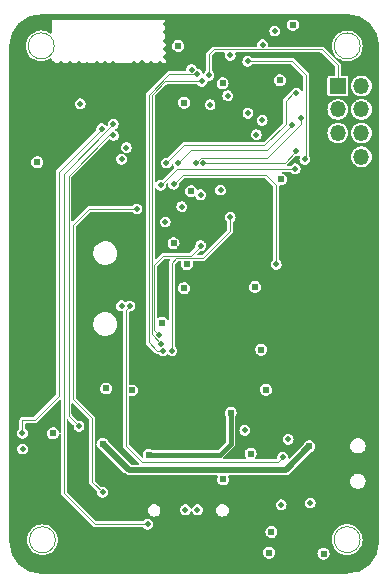
<source format=gbr>
%TF.GenerationSoftware,KiCad,Pcbnew,(6.0.0-rc1-323-gb9e66d8b98)*%
%TF.CreationDate,2021-12-20T00:28:19+08:00*%
%TF.ProjectId,XSense,5853656e-7365-42e6-9b69-6361645f7063,rev?*%
%TF.SameCoordinates,PXb340ac0PY76b1be0*%
%TF.FileFunction,Copper,L3,Inr*%
%TF.FilePolarity,Positive*%
%FSLAX46Y46*%
G04 Gerber Fmt 4.6, Leading zero omitted, Abs format (unit mm)*
G04 Created by KiCad (PCBNEW (6.0.0-rc1-323-gb9e66d8b98)) date 2021-12-20 00:28:19*
%MOMM*%
%LPD*%
G01*
G04 APERTURE LIST*
%TA.AperFunction,Profile*%
%ADD10C,0.500000*%
%TD*%
%TA.AperFunction,Profile*%
%ADD11C,0.100000*%
%TD*%
%TA.AperFunction,ComponentPad*%
%ADD12R,1.350000X1.350000*%
%TD*%
%TA.AperFunction,ComponentPad*%
%ADD13O,1.350000X1.350000*%
%TD*%
%TA.AperFunction,ComponentPad*%
%ADD14O,1.000000X2.100000*%
%TD*%
%TA.AperFunction,ComponentPad*%
%ADD15O,1.000000X1.600000*%
%TD*%
%TA.AperFunction,ViaPad*%
%ADD16C,0.508000*%
%TD*%
%TA.AperFunction,ViaPad*%
%ADD17C,0.609600*%
%TD*%
%TA.AperFunction,Conductor*%
%ADD18C,0.101600*%
%TD*%
%TA.AperFunction,Conductor*%
%ADD19C,0.508000*%
%TD*%
%TA.AperFunction,Conductor*%
%ADD20C,0.381000*%
%TD*%
G04 APERTURE END LIST*
D10*
X582946Y2477666D02*
G75*
G03*
X3040002Y4722I2457054J-15839D01*
G01*
X3054640Y46925855D02*
X28951133Y46920051D01*
X31408189Y44447107D02*
X31397105Y2460002D01*
D11*
X4236974Y2650000D02*
G75*
G03*
X4236974Y2650000I-1100000J0D01*
G01*
D10*
X28924161Y2946D02*
G75*
G03*
X31397105Y2460002I15839J2457054D01*
G01*
X3054640Y46925855D02*
G75*
G03*
X581696Y44468799I-15842J-2457051D01*
G01*
D11*
X30051135Y44462946D02*
G75*
G03*
X30051135Y44462946I-1100000J0D01*
G01*
X30040000Y2662946D02*
G75*
G03*
X30040000Y2662946I-1100000J0D01*
G01*
X4138798Y44468804D02*
G75*
G03*
X4138798Y44468804I-1100000J0D01*
G01*
D10*
X582946Y2490000D02*
X581696Y44468799D01*
X31408189Y44447107D02*
G75*
G03*
X28951133Y46920051I-2457054J15839D01*
G01*
X28924161Y2946D02*
X3030000Y4722D01*
D12*
%TO.N,/GPIO22*%
%TO.C,J2*%
X28150000Y41080000D03*
D13*
%TO.N,/GPIO26*%
X30150000Y41080000D03*
%TO.N,/GPIO13*%
X28150000Y39080000D03*
%TO.N,/GPIO14*%
X30150000Y39080000D03*
%TO.N,/GPIO15*%
X28150000Y37080000D03*
%TO.N,+3V3*%
X30150000Y37080000D03*
%TO.N,GND*%
X28150000Y35080000D03*
%TO.N,N/C*%
X30150000Y35080000D03*
%TD*%
D14*
%TO.N,GND*%
%TO.C,U3*%
X19814000Y5645000D03*
X11174000Y5645000D03*
D15*
X19814000Y1465000D03*
X11174000Y1465000D03*
%TD*%
D16*
%TO.N,GND*%
X8730000Y4960000D03*
X20000000Y7610000D03*
X24780000Y17030000D03*
X27370000Y22740000D03*
X27370000Y21190000D03*
X27660000Y33130000D03*
X22060000Y32120000D03*
X25690000Y31380000D03*
X26110000Y34440000D03*
X26120000Y36230000D03*
X22100000Y37290000D03*
X20440000Y37740000D03*
X17490000Y44880000D03*
X18250000Y21010000D03*
X10130000Y41610000D03*
X9150000Y41550000D03*
X13090000Y42950000D03*
X12310000Y42970000D03*
X11600000Y42980000D03*
X10900000Y42970000D03*
X9200000Y40840000D03*
X10180000Y40890000D03*
X30020000Y9280000D03*
X27300000Y19410000D03*
X8370000Y25450000D03*
X24180000Y670000D03*
X880000Y23910000D03*
X27110000Y46120000D03*
X16510000Y30720000D03*
X22030000Y31340000D03*
X11000000Y34210000D03*
X8430000Y42950000D03*
D17*
X14710000Y11400000D03*
D16*
X16600000Y18950000D03*
X10370000Y39170000D03*
X11010000Y39970000D03*
X14700000Y2670000D03*
X13620000Y46280000D03*
X7880000Y990000D03*
X27510000Y8400000D03*
X22060000Y26880000D03*
X9160000Y42240000D03*
X16070000Y1740000D03*
X30450000Y1370000D03*
X2470000Y15520000D03*
X4150000Y34780000D03*
X28490000Y46120000D03*
X24720000Y31430000D03*
X15510000Y840000D03*
X30760000Y4060000D03*
X6210000Y42910000D03*
X28090000Y810000D03*
X14870000Y17870000D03*
X3760000Y30040000D03*
X28900000Y8370000D03*
X2950000Y4900000D03*
X19110000Y32750000D03*
X30510000Y28850000D03*
X26420000Y23460000D03*
X14200000Y38080000D03*
X4720000Y42910000D03*
X6760000Y17710000D03*
X29020000Y33180000D03*
X19030000Y17700000D03*
X5490000Y42930000D03*
X6790000Y25930000D03*
X24970000Y19870000D03*
X13630000Y43530000D03*
X6440000Y2480000D03*
X6320000Y1100000D03*
X10480000Y40320000D03*
X15180000Y13820000D03*
X7630000Y31710000D03*
X1110000Y29550000D03*
X16050000Y37130000D03*
X11010000Y38950000D03*
X15950000Y13820000D03*
X13640000Y44180000D03*
X11150000Y12010000D03*
X8080000Y32980000D03*
X3440000Y40690000D03*
X4040000Y42930000D03*
X20278000Y22760000D03*
X11640000Y14140000D03*
X19240000Y18990000D03*
X8750000Y31710000D03*
X10180000Y42310000D03*
X26250000Y26160000D03*
X24160000Y27420000D03*
X6730000Y21910000D03*
X6760000Y19140000D03*
X5950000Y4640000D03*
X890000Y2780000D03*
X13760000Y31570000D03*
X2320000Y37900000D03*
X9130000Y42940000D03*
X11520000Y29010000D03*
X27970000Y4140000D03*
X900000Y18660000D03*
X3190000Y36270000D03*
X2090000Y40620000D03*
X30060000Y42770000D03*
X30430000Y27730000D03*
X7880000Y2410000D03*
X8370000Y24490000D03*
X16700000Y13820000D03*
X1160000Y32560000D03*
X2570000Y9390000D03*
X13640000Y44880000D03*
X8310000Y23430000D03*
X8300000Y22360000D03*
X4820000Y40630000D03*
X16070000Y2660000D03*
X6760000Y23400000D03*
X23650000Y31400000D03*
X27110000Y45250000D03*
X31020000Y10790000D03*
X14200000Y37130000D03*
X5300000Y1120000D03*
X9380000Y40210000D03*
X8910000Y28670000D03*
X6920000Y42880000D03*
X26210000Y27360000D03*
X30990000Y7930000D03*
X30490000Y18850000D03*
D17*
X14820000Y27240000D03*
D16*
X13630000Y45630000D03*
X9090000Y960000D03*
X11640000Y18320000D03*
X6760000Y16310000D03*
X30550000Y23430000D03*
X4000000Y17430000D03*
X29160000Y14070000D03*
X940000Y15430000D03*
X1140000Y4730000D03*
X26270000Y24850000D03*
X3710000Y32600000D03*
X6860000Y28480000D03*
X8280000Y12590000D03*
X6670000Y20570000D03*
X31050000Y9230000D03*
X6770000Y24620000D03*
X30600000Y33180000D03*
X9310000Y16630000D03*
X16560000Y7710000D03*
X13100000Y22200000D03*
D17*
X20480000Y25240000D03*
D16*
X14720000Y1760000D03*
X4790000Y36300000D03*
X9790000Y39610000D03*
X30580000Y17940000D03*
X16070000Y38050000D03*
X4380000Y4800000D03*
X9250000Y2290000D03*
X7920000Y39660000D03*
X26090000Y14310000D03*
X14190000Y36200000D03*
X7750000Y42930000D03*
X30790000Y14040000D03*
X10154766Y8021813D03*
X6830000Y27340000D03*
X16670000Y17690000D03*
X5300000Y2480000D03*
D17*
%TO.N,+3V3*%
X18440000Y7760000D03*
X15384271Y25993300D03*
X13273917Y21009670D03*
X8540000Y15460000D03*
X24340000Y46260000D03*
X14640000Y44460000D03*
X15140000Y23960000D03*
X23240000Y41560000D03*
X2704000Y34624000D03*
X20760100Y9929142D03*
X23340009Y33160005D03*
X10720000Y15290000D03*
X14240000Y27760000D03*
X21140000Y24060000D03*
D16*
%TO.N,/BAT_DET*%
X1449143Y11669143D03*
X8159090Y37453120D03*
%TO.N,/ESP_EN*%
X10240000Y35860000D03*
X13540000Y29560000D03*
D17*
%TO.N,+3.3VA*%
X15740000Y32160000D03*
X15140000Y39660000D03*
X18390000Y41310000D03*
%TO.N,+BATT*%
X4040000Y11660000D03*
X25740000Y10570000D03*
X8240000Y10760000D03*
%TO.N,/VCC_SYS_IN*%
X26940000Y1467500D03*
X22530000Y3310000D03*
X22070000Y15350000D03*
D16*
%TO.N,/GPIO21*%
X20278000Y11917311D03*
X15766657Y42465900D03*
%TO.N,/KEY1_RAW*%
X10550000Y22450000D03*
X23494211Y9660000D03*
%TO.N,/GPIO27*%
X23940000Y11160000D03*
X14240000Y32760000D03*
X22940000Y25960000D03*
%TO.N,/CH340_DTR*%
X16540000Y27560000D03*
X12985920Y20005921D03*
%TO.N,/CH340_RTS*%
X14080000Y18670000D03*
X19034100Y29960000D03*
D17*
%TO.N,/VCC_SYS*%
X21670000Y18750000D03*
X22340000Y1560000D03*
D16*
%TO.N,/BUZZ*%
X20540000Y38760000D03*
X6340000Y39560000D03*
%TO.N,/GPIO12*%
X8240000Y6660000D03*
X14940000Y30860000D03*
X11140000Y30660000D03*
%TO.N,/GPIO13*%
X16130898Y34560138D03*
X25040000Y38360000D03*
%TO.N,/CHG_DET*%
X9150000Y36880000D03*
X6240000Y12260000D03*
%TO.N,/GPIO35*%
X9840000Y22460000D03*
X9840000Y34860000D03*
%TO.N,/GPIO36*%
X9140000Y37860000D03*
X12040000Y3960000D03*
%TO.N,/GPIO14*%
X14640000Y34560000D03*
X24240000Y37760000D03*
%TO.N,/GPIO15*%
X24640000Y35560000D03*
X16740000Y34560000D03*
%TO.N,/GPIO2*%
X16534100Y31860000D03*
D17*
%TO.N,VBUS*%
X19070000Y13390000D03*
X12140000Y9860000D03*
D16*
%TO.N,/USB_PWR_DP*%
X16260000Y5200000D03*
X15250000Y5190000D03*
%TO.N,/GPIO4*%
X18220000Y32260000D03*
%TO.N,/AHT_SCL*%
X21240000Y36960000D03*
X19040000Y43660000D03*
X22808558Y45727100D03*
%TO.N,/AHT_SDA*%
X21740000Y38160000D03*
X21777730Y44565900D03*
%TO.N,/GPIO18*%
X17334100Y39497015D03*
%TO.N,/GPIO23*%
X18840000Y40260000D03*
%TO.N,/GPIO19*%
X20520000Y43170000D03*
X25360000Y34850000D03*
%TO.N,/CH340_TXD*%
X16640000Y41460000D03*
X13172260Y19245551D03*
%TO.N,/CH340_RXD*%
X13340000Y18660000D03*
X16240000Y42060000D03*
%TO.N,/GPIO22*%
X17240000Y41960000D03*
%TO.N,/GPIO26*%
X13640000Y34560000D03*
X24640000Y40460000D03*
%TO.N,Net-(D5-Pad2)*%
X23350000Y5620000D03*
X25810000Y5770000D03*
%TO.N,Net-(R20-Pad2)*%
X1460000Y10340000D03*
%TO.N,/GPIO25*%
X13140000Y32660000D03*
X24540000Y34060000D03*
%TD*%
D18*
%TO.N,/BAT_DET*%
X4503778Y14793778D02*
X4503778Y33766222D01*
X1449143Y11669143D02*
X1449143Y12799143D01*
X4503778Y33766222D02*
X8159090Y37421534D01*
X8159090Y37421534D02*
X8159090Y37453120D01*
X1449143Y12799143D02*
X2509143Y12799143D01*
X2509143Y12799143D02*
X4503778Y14793778D01*
D19*
%TO.N,+BATT*%
X23730000Y8560000D02*
X25740000Y10570000D01*
X10440000Y8560000D02*
X23730000Y8560000D01*
X8240000Y10760000D02*
X10440000Y8560000D01*
D18*
%TO.N,/KEY1_RAW*%
X10212499Y22112499D02*
X10212499Y10587501D01*
X11547501Y9252499D02*
X23086710Y9252499D01*
X10212499Y10587501D02*
X11547501Y9252499D01*
X10550000Y22450000D02*
X10212499Y22112499D01*
X23086710Y9252499D02*
X23494211Y9660000D01*
%TO.N,/GPIO27*%
X22940000Y32660000D02*
X22040000Y33560000D01*
X15040000Y33560000D02*
X14240000Y32760000D01*
X22040000Y33560000D02*
X15040000Y33560000D01*
X22940000Y25960000D02*
X22940000Y32660000D01*
%TO.N,/CH340_DTR*%
X12985920Y20005921D02*
X12974079Y20005921D01*
X13342711Y26682711D02*
X15712711Y26682711D01*
X15712711Y26682711D02*
X16540000Y27510000D01*
X12974079Y20005921D02*
X12590000Y20390000D01*
X12590000Y20390000D02*
X12590000Y25930000D01*
X12590000Y25930000D02*
X13342711Y26682711D01*
X16540000Y27510000D02*
X16540000Y27560000D01*
%TO.N,/CH340_RTS*%
X14080000Y26100000D02*
X14460000Y26480000D01*
X14080000Y18670000D02*
X14080000Y26100000D01*
X14460000Y26480000D02*
X16740000Y26480000D01*
X19034100Y28774100D02*
X19034100Y29960000D01*
X16740000Y26480000D02*
X19034100Y28774100D01*
%TO.N,/GPIO12*%
X8240000Y6660000D02*
X7340000Y7560000D01*
X7340000Y7560000D02*
X7340000Y12960000D01*
X5720000Y14580000D02*
X5720000Y29280000D01*
X7340000Y12960000D02*
X5720000Y14580000D01*
X5720000Y29280000D02*
X7100000Y30660000D01*
X7100000Y30660000D02*
X11140000Y30660000D01*
%TO.N,/GPIO13*%
X25040000Y37885968D02*
X25040000Y38360000D01*
X16536661Y34965901D02*
X22119933Y34965901D01*
X16130898Y34560138D02*
X16536661Y34965901D01*
X22119933Y34965901D02*
X25040000Y37885968D01*
%TO.N,/CHG_DET*%
X5350000Y13150000D02*
X5350000Y33490000D01*
X5350000Y33490000D02*
X8740000Y36880000D01*
X8740000Y36880000D02*
X9150000Y36880000D01*
X6240000Y12260000D02*
X5350000Y13150000D01*
%TO.N,/GPIO36*%
X9140000Y37860000D02*
X4940000Y33660000D01*
X4940000Y33660000D02*
X4940000Y6630000D01*
X4940000Y6630000D02*
X7610000Y3960000D01*
X7610000Y3960000D02*
X12040000Y3960000D01*
%TO.N,/GPIO14*%
X14640000Y34560000D02*
X15740000Y35660000D01*
X15740000Y35660000D02*
X22140000Y35660000D01*
X22140000Y35660000D02*
X24240000Y37760000D01*
%TO.N,/GPIO15*%
X24540000Y35460000D02*
X24640000Y35560000D01*
X23640000Y34560000D02*
X24540000Y35460000D01*
X16740000Y34560000D02*
X23640000Y34560000D01*
D20*
%TO.N,VBUS*%
X19070000Y10790000D02*
X19070000Y13390000D01*
X18140000Y9860000D02*
X19070000Y10790000D01*
X12140000Y9860000D02*
X18140000Y9860000D01*
D18*
%TO.N,/GPIO19*%
X24310000Y43170000D02*
X25445901Y42034099D01*
X25445901Y42034099D02*
X25445901Y34935901D01*
X20520000Y43170000D02*
X24310000Y43170000D01*
X25445901Y34935901D02*
X25360000Y34850000D01*
%TO.N,/CH340_TXD*%
X12387290Y40307290D02*
X12387290Y20030521D01*
X12387290Y20030521D02*
X13172260Y19245551D01*
X16640000Y41460000D02*
X13540000Y41460000D01*
X13540000Y41460000D02*
X12387290Y40307290D01*
%TO.N,/CH340_RXD*%
X12137290Y40343966D02*
X12137290Y19362710D01*
X13853324Y42060000D02*
X12137290Y40343966D01*
X16240000Y42060000D02*
X13853324Y42060000D01*
X12137290Y19362710D02*
X12840000Y18660000D01*
X12840000Y18660000D02*
X13340000Y18660000D01*
%TO.N,/GPIO22*%
X28150000Y42820000D02*
X28150000Y41080000D01*
X17240000Y41960000D02*
X17240000Y43760000D01*
X17640000Y44160000D02*
X26810000Y44160000D01*
X26810000Y44160000D02*
X28150000Y42820000D01*
X17240000Y43760000D02*
X17640000Y44160000D01*
%TO.N,/GPIO26*%
X23740000Y37860000D02*
X23740000Y39805000D01*
X15140000Y36060000D02*
X21940000Y36060000D01*
X24395000Y40460000D02*
X24640000Y40460000D01*
X21940000Y36060000D02*
X23740000Y37860000D01*
X13640000Y34560000D02*
X15140000Y36060000D01*
X23740000Y39805000D02*
X24395000Y40460000D01*
%TO.N,/GPIO25*%
X14540000Y34060000D02*
X24540000Y34060000D01*
X13140000Y32660000D02*
X14540000Y34060000D01*
%TD*%
%TA.AperFunction,Conductor*%
%TO.N,GND*%
G36*
X3328006Y46725794D02*
G01*
X3846018Y46725678D01*
X3893579Y46708355D01*
X3918879Y46664512D01*
X3920000Y46651678D01*
X3920000Y45580940D01*
X3902687Y45533374D01*
X3858850Y45508064D01*
X3809000Y45516854D01*
X3803555Y45520323D01*
X3693929Y45597084D01*
X3693928Y45597085D01*
X3691281Y45598938D01*
X3485123Y45695071D01*
X3365590Y45727100D01*
X3268531Y45753107D01*
X3268529Y45753107D01*
X3265403Y45753945D01*
X3038798Y45773770D01*
X2812193Y45753945D01*
X2809067Y45753107D01*
X2809065Y45753107D01*
X2712006Y45727100D01*
X2592473Y45695071D01*
X2386315Y45598938D01*
X2199982Y45468466D01*
X2039136Y45307620D01*
X1908664Y45121287D01*
X1812531Y44915129D01*
X1791025Y44834867D01*
X1759491Y44717180D01*
X1753657Y44695409D01*
X1733832Y44468804D01*
X1753657Y44242199D01*
X1812531Y44022479D01*
X1908664Y43816321D01*
X1910517Y43813674D01*
X1910518Y43813673D01*
X1912766Y43810463D01*
X2039136Y43629988D01*
X2199982Y43469142D01*
X2386315Y43338670D01*
X2592473Y43242537D01*
X2617463Y43235841D01*
X2809065Y43184501D01*
X2809067Y43184501D01*
X2812193Y43183663D01*
X3038798Y43163838D01*
X3265403Y43183663D01*
X3268529Y43184501D01*
X3268531Y43184501D01*
X3460133Y43235841D01*
X3485123Y43242537D01*
X3691281Y43338670D01*
X3709143Y43351177D01*
X3803555Y43417285D01*
X3852450Y43430386D01*
X3898326Y43408994D01*
X3919718Y43363117D01*
X3920000Y43356668D01*
X3920000Y42990000D01*
X7103512Y42986715D01*
X13596953Y42980013D01*
X13596954Y42980013D01*
X13610000Y42980000D01*
X13595819Y43653487D01*
X13595771Y43655908D01*
X13579492Y44466237D01*
X14129542Y44466237D01*
X14130225Y44461014D01*
X14130225Y44461011D01*
X14134462Y44428613D01*
X14148309Y44322718D01*
X14150432Y44317893D01*
X14186316Y44236341D01*
X14206603Y44190234D01*
X14299738Y44079437D01*
X14420226Y43999234D01*
X14425258Y43997662D01*
X14425260Y43997661D01*
X14449455Y43990102D01*
X14558381Y43956071D01*
X14563648Y43955974D01*
X14563651Y43955974D01*
X14627465Y43954805D01*
X14703098Y43953419D01*
X14708181Y43954805D01*
X14708183Y43954805D01*
X14837653Y43990102D01*
X14837657Y43990104D01*
X14842742Y43991490D01*
X14966088Y44067225D01*
X14992934Y44096883D01*
X15059680Y44170623D01*
X15063220Y44174534D01*
X15126330Y44304792D01*
X15150344Y44447527D01*
X15150496Y44460000D01*
X15149134Y44469515D01*
X15130724Y44598063D01*
X15129977Y44603279D01*
X15075530Y44723029D01*
X15072251Y44730241D01*
X15070069Y44735040D01*
X14975587Y44844691D01*
X14878030Y44907925D01*
X14858551Y44920551D01*
X14858550Y44920552D01*
X14854129Y44923417D01*
X14849081Y44924927D01*
X14849078Y44924928D01*
X14720509Y44963378D01*
X14720508Y44963378D01*
X14715456Y44964889D01*
X14642008Y44965338D01*
X14575988Y44965741D01*
X14575987Y44965741D01*
X14570718Y44965773D01*
X14431549Y44925998D01*
X14309137Y44848762D01*
X14277750Y44813223D01*
X14218731Y44746396D01*
X14213324Y44740274D01*
X14151810Y44609255D01*
X14150999Y44604048D01*
X14150999Y44604047D01*
X14150067Y44598063D01*
X14129542Y44466237D01*
X13579492Y44466237D01*
X13554050Y45732710D01*
X22349418Y45732710D01*
X22350101Y45727487D01*
X22350101Y45727484D01*
X22355285Y45687846D01*
X22366299Y45603619D01*
X22368422Y45598794D01*
X22400657Y45525535D01*
X22418732Y45484455D01*
X22422124Y45480420D01*
X22499114Y45388829D01*
X22499117Y45388826D01*
X22502504Y45384797D01*
X22523151Y45371053D01*
X22606489Y45315577D01*
X22606492Y45315575D01*
X22610878Y45312656D01*
X22735145Y45273833D01*
X22740413Y45273736D01*
X22740416Y45273736D01*
X22794990Y45272736D01*
X22865313Y45271447D01*
X22870396Y45272833D01*
X22870398Y45272833D01*
X22985828Y45304303D01*
X22985830Y45304304D01*
X22990918Y45305691D01*
X23076138Y45358016D01*
X23097371Y45371053D01*
X23097372Y45371054D01*
X23101864Y45373812D01*
X23189230Y45470333D01*
X23245995Y45587496D01*
X23246935Y45593080D01*
X23267120Y45713059D01*
X23267595Y45715881D01*
X23267732Y45727100D01*
X23249276Y45855975D01*
X23233862Y45889877D01*
X23197572Y45969692D01*
X23197570Y45969694D01*
X23195390Y45974490D01*
X23191335Y45979197D01*
X23113848Y46069125D01*
X23113847Y46069126D01*
X23110408Y46073117D01*
X23105989Y46075981D01*
X23105987Y46075983D01*
X23005582Y46141061D01*
X23005583Y46141061D01*
X23001159Y46143928D01*
X22876428Y46181230D01*
X22808898Y46181643D01*
X22751510Y46181994D01*
X22751508Y46181994D01*
X22746241Y46182026D01*
X22621063Y46146250D01*
X22510958Y46076779D01*
X22446594Y46003900D01*
X22438788Y45995061D01*
X22424777Y45979197D01*
X22369448Y45861349D01*
X22349418Y45732710D01*
X13554050Y45732710D01*
X13535662Y46648003D01*
X13552016Y46695907D01*
X13595336Y46722092D01*
X13609664Y46723489D01*
X23909030Y46721181D01*
X23956592Y46703858D01*
X23981892Y46660015D01*
X23973091Y46610167D01*
X23964478Y46598196D01*
X23916816Y46544229D01*
X23916813Y46544225D01*
X23913324Y46540274D01*
X23851810Y46409255D01*
X23850999Y46404048D01*
X23850999Y46404047D01*
X23850067Y46398063D01*
X23829542Y46266237D01*
X23830225Y46261014D01*
X23830225Y46261011D01*
X23832358Y46244700D01*
X23848309Y46122718D01*
X23850432Y46117893D01*
X23870261Y46072829D01*
X23906603Y45990234D01*
X23999738Y45879437D01*
X24120226Y45799234D01*
X24125258Y45797662D01*
X24125260Y45797661D01*
X24149455Y45790102D01*
X24258381Y45756071D01*
X24263648Y45755974D01*
X24263651Y45755974D01*
X24327465Y45754805D01*
X24403098Y45753419D01*
X24408181Y45754805D01*
X24408183Y45754805D01*
X24537653Y45790102D01*
X24537657Y45790104D01*
X24542742Y45791490D01*
X24666088Y45867225D01*
X24763220Y45974534D01*
X24826330Y46104792D01*
X24850344Y46247527D01*
X24850496Y46260000D01*
X24848858Y46271443D01*
X24830724Y46398063D01*
X24829977Y46403279D01*
X24770069Y46535040D01*
X24765560Y46540274D01*
X24715230Y46598683D01*
X24697295Y46646019D01*
X24713984Y46693808D01*
X24757486Y46719689D01*
X24771306Y46720988D01*
X26915418Y46720507D01*
X28919998Y46720058D01*
X28936563Y46718176D01*
X28950775Y46714908D01*
X28958903Y46716747D01*
X28959648Y46716746D01*
X28979295Y46718341D01*
X29112583Y46710245D01*
X29219823Y46703731D01*
X29228729Y46702645D01*
X29489047Y46654740D01*
X29497757Y46652584D01*
X29750361Y46573526D01*
X29758746Y46570332D01*
X29999935Y46461278D01*
X30007871Y46457092D01*
X30234079Y46319655D01*
X30241439Y46314548D01*
X30449368Y46150729D01*
X30456058Y46144767D01*
X30531214Y46069125D01*
X30642618Y45957000D01*
X30648545Y45950263D01*
X30811010Y45741295D01*
X30816070Y45733903D01*
X30842328Y45690051D01*
X30952056Y45506798D01*
X30956190Y45498835D01*
X31063686Y45256951D01*
X31066823Y45248554D01*
X31144250Y44995446D01*
X31146350Y44986723D01*
X31192578Y44726094D01*
X31193606Y44717183D01*
X31196930Y44655925D01*
X31206638Y44477043D01*
X31204986Y44458557D01*
X31204972Y44456895D01*
X31203053Y44448787D01*
X31204840Y44440646D01*
X31204840Y44440645D01*
X31206460Y44433265D01*
X31208181Y44417381D01*
X31204491Y30438591D01*
X31197113Y2491141D01*
X31195231Y2474578D01*
X31194963Y2473412D01*
X31191962Y2460360D01*
X31193801Y2452232D01*
X31193800Y2451487D01*
X31195395Y2431840D01*
X31195078Y2426622D01*
X31180785Y2191312D01*
X31179699Y2182406D01*
X31131794Y1922088D01*
X31129638Y1913378D01*
X31050580Y1660774D01*
X31047386Y1652389D01*
X30938332Y1411200D01*
X30934146Y1403264D01*
X30910641Y1364577D01*
X30797358Y1178123D01*
X30796713Y1177062D01*
X30791602Y1169696D01*
X30627787Y961771D01*
X30621817Y955073D01*
X30434054Y768517D01*
X30427317Y762590D01*
X30334543Y690461D01*
X30218349Y600125D01*
X30210957Y595065D01*
X30172651Y572128D01*
X29983852Y459079D01*
X29975889Y454945D01*
X29734005Y347449D01*
X29725611Y344313D01*
X29619640Y311896D01*
X29472500Y266885D01*
X29463777Y264785D01*
X29284776Y233035D01*
X29203146Y218557D01*
X29194237Y217529D01*
X29070065Y210790D01*
X28954097Y204497D01*
X28935611Y206149D01*
X28933949Y206163D01*
X28925841Y208082D01*
X28910520Y204719D01*
X28910288Y204668D01*
X28894420Y202948D01*
X15605231Y203859D01*
X3071128Y204719D01*
X3054551Y206602D01*
X3048484Y207997D01*
X3048483Y207997D01*
X3040360Y209865D01*
X3032232Y208026D01*
X3031487Y208027D01*
X3011840Y206432D01*
X2878148Y214553D01*
X2771312Y221042D01*
X2762406Y222128D01*
X2502088Y270033D01*
X2493378Y272189D01*
X2240774Y351247D01*
X2232389Y354441D01*
X1991200Y463495D01*
X1983264Y467681D01*
X1788384Y586084D01*
X1757056Y605118D01*
X1749696Y610225D01*
X1541767Y774044D01*
X1535073Y780010D01*
X1520209Y794971D01*
X1361135Y955073D01*
X1348517Y967773D01*
X1342590Y974510D01*
X1243350Y1102155D01*
X1180125Y1183478D01*
X1175061Y1190876D01*
X1168065Y1202561D01*
X1088496Y1335445D01*
X1039079Y1417975D01*
X1034945Y1425938D01*
X1015217Y1470330D01*
X927449Y1667822D01*
X924312Y1676219D01*
X914567Y1708077D01*
X883725Y1808897D01*
X846885Y1929327D01*
X844785Y1938050D01*
X798557Y2198679D01*
X797529Y2207593D01*
X784497Y2447730D01*
X786149Y2466216D01*
X786163Y2467878D01*
X788082Y2475986D01*
X786295Y2484127D01*
X786295Y2484130D01*
X784667Y2491547D01*
X782946Y2507409D01*
X782942Y2650000D01*
X1832008Y2650000D01*
X1851833Y2423395D01*
X1910707Y2203675D01*
X2006840Y1997517D01*
X2137312Y1811184D01*
X2298158Y1650338D01*
X2484491Y1519866D01*
X2690649Y1423733D01*
X2752687Y1407110D01*
X2907241Y1365697D01*
X2907243Y1365697D01*
X2910369Y1364859D01*
X3136974Y1345034D01*
X3363579Y1364859D01*
X3366705Y1365697D01*
X3366707Y1365697D01*
X3521261Y1407110D01*
X3583299Y1423733D01*
X3789457Y1519866D01*
X3855682Y1566237D01*
X21829542Y1566237D01*
X21830225Y1561014D01*
X21830225Y1561011D01*
X21832358Y1544700D01*
X21848309Y1422718D01*
X21906603Y1290234D01*
X21999738Y1179437D01*
X22120226Y1099234D01*
X22125258Y1097662D01*
X22125260Y1097661D01*
X22149455Y1090102D01*
X22258381Y1056071D01*
X22263648Y1055974D01*
X22263651Y1055974D01*
X22327465Y1054805D01*
X22403098Y1053419D01*
X22408181Y1054805D01*
X22408183Y1054805D01*
X22537653Y1090102D01*
X22537657Y1090104D01*
X22542742Y1091490D01*
X22666088Y1167225D01*
X22675953Y1178123D01*
X22759680Y1270623D01*
X22763220Y1274534D01*
X22826330Y1404792D01*
X22837929Y1473737D01*
X26429542Y1473737D01*
X26430225Y1468514D01*
X26430225Y1468511D01*
X26432358Y1452200D01*
X26448309Y1330218D01*
X26506603Y1197734D01*
X26599738Y1086937D01*
X26720226Y1006734D01*
X26725258Y1005162D01*
X26725260Y1005161D01*
X26749455Y997602D01*
X26858381Y963571D01*
X26863648Y963474D01*
X26863651Y963474D01*
X26927465Y962305D01*
X27003098Y960919D01*
X27008181Y962305D01*
X27008183Y962305D01*
X27137653Y997602D01*
X27137657Y997604D01*
X27142742Y998990D01*
X27266088Y1074725D01*
X27283761Y1094249D01*
X27359680Y1178123D01*
X27363220Y1182034D01*
X27426330Y1312292D01*
X27450344Y1455027D01*
X27450496Y1467500D01*
X27448858Y1478943D01*
X27430724Y1605563D01*
X27429977Y1610779D01*
X27370069Y1742540D01*
X27297483Y1826780D01*
X27279027Y1848199D01*
X27279026Y1848200D01*
X27275587Y1852191D01*
X27181188Y1913378D01*
X27158551Y1928051D01*
X27158550Y1928052D01*
X27154129Y1930917D01*
X27149081Y1932427D01*
X27149078Y1932428D01*
X27020509Y1970878D01*
X27020508Y1970878D01*
X27015456Y1972389D01*
X26942008Y1972838D01*
X26875988Y1973241D01*
X26875987Y1973241D01*
X26870718Y1973273D01*
X26731549Y1933498D01*
X26609137Y1856262D01*
X26513324Y1747774D01*
X26451810Y1616755D01*
X26450999Y1611548D01*
X26450999Y1611547D01*
X26450067Y1605563D01*
X26429542Y1473737D01*
X22837929Y1473737D01*
X22850344Y1547527D01*
X22850496Y1560000D01*
X22848858Y1571443D01*
X22830724Y1698063D01*
X22829977Y1703279D01*
X22770069Y1835040D01*
X22683983Y1934947D01*
X22679027Y1940699D01*
X22679026Y1940700D01*
X22675587Y1944691D01*
X22614858Y1984054D01*
X22558551Y2020551D01*
X22558550Y2020552D01*
X22554129Y2023417D01*
X22549081Y2024927D01*
X22549078Y2024928D01*
X22420509Y2063378D01*
X22420508Y2063378D01*
X22415456Y2064889D01*
X22342008Y2065338D01*
X22275988Y2065741D01*
X22275987Y2065741D01*
X22270718Y2065773D01*
X22131549Y2025998D01*
X22009137Y1948762D01*
X21981676Y1917668D01*
X21923849Y1852191D01*
X21913324Y1840274D01*
X21851810Y1709255D01*
X21850999Y1704048D01*
X21850999Y1704047D01*
X21850067Y1698063D01*
X21829542Y1566237D01*
X3855682Y1566237D01*
X3975790Y1650338D01*
X4136636Y1811184D01*
X4267108Y1997517D01*
X4363241Y2203675D01*
X4422115Y2423395D01*
X4441940Y2650000D01*
X4440807Y2662946D01*
X27635034Y2662946D01*
X27654859Y2436341D01*
X27713733Y2216621D01*
X27809866Y2010463D01*
X27940338Y1824130D01*
X28101184Y1663284D01*
X28287517Y1532812D01*
X28493675Y1436679D01*
X28563479Y1417975D01*
X28710267Y1378643D01*
X28710269Y1378643D01*
X28713395Y1377805D01*
X28940000Y1357980D01*
X29166605Y1377805D01*
X29169731Y1378643D01*
X29169733Y1378643D01*
X29316521Y1417975D01*
X29386325Y1436679D01*
X29592483Y1532812D01*
X29778816Y1663284D01*
X29939662Y1824130D01*
X30070134Y2010463D01*
X30166267Y2216621D01*
X30225141Y2436341D01*
X30244966Y2662946D01*
X30225141Y2889551D01*
X30216680Y2921130D01*
X30187773Y3029009D01*
X30166267Y3109271D01*
X30070134Y3315429D01*
X29939662Y3501762D01*
X29778816Y3662608D01*
X29592483Y3793080D01*
X29386325Y3889213D01*
X29276465Y3918650D01*
X29169733Y3947249D01*
X29169731Y3947249D01*
X29166605Y3948087D01*
X28940000Y3967912D01*
X28713395Y3948087D01*
X28710269Y3947249D01*
X28710267Y3947249D01*
X28603535Y3918650D01*
X28493675Y3889213D01*
X28287517Y3793080D01*
X28101184Y3662608D01*
X27940338Y3501762D01*
X27809866Y3315429D01*
X27713733Y3109271D01*
X27692227Y3029009D01*
X27663321Y2921130D01*
X27654859Y2889551D01*
X27635034Y2662946D01*
X4440807Y2662946D01*
X4422115Y2876605D01*
X4406878Y2933472D01*
X4364079Y3093197D01*
X4363241Y3096325D01*
X4267108Y3302483D01*
X4257477Y3316237D01*
X22019542Y3316237D01*
X22020225Y3311014D01*
X22020225Y3311011D01*
X22022358Y3294700D01*
X22038309Y3172718D01*
X22040432Y3167893D01*
X22071923Y3096325D01*
X22096603Y3040234D01*
X22189738Y2929437D01*
X22310226Y2849234D01*
X22315258Y2847662D01*
X22315260Y2847661D01*
X22339455Y2840102D01*
X22448381Y2806071D01*
X22453648Y2805974D01*
X22453651Y2805974D01*
X22517465Y2804805D01*
X22593098Y2803419D01*
X22598181Y2804805D01*
X22598183Y2804805D01*
X22727653Y2840102D01*
X22727657Y2840104D01*
X22732742Y2841490D01*
X22856088Y2917225D01*
X22953220Y3024534D01*
X23016330Y3154792D01*
X23040344Y3297527D01*
X23040496Y3310000D01*
X23039340Y3318077D01*
X23020724Y3448063D01*
X23019977Y3453279D01*
X22960069Y3585040D01*
X22865587Y3694691D01*
X22744129Y3773417D01*
X22739081Y3774927D01*
X22739078Y3774928D01*
X22610509Y3813378D01*
X22610508Y3813378D01*
X22605456Y3814889D01*
X22532008Y3815338D01*
X22465988Y3815741D01*
X22465987Y3815741D01*
X22460718Y3815773D01*
X22321549Y3775998D01*
X22199137Y3698762D01*
X22168845Y3664463D01*
X22121295Y3610622D01*
X22103324Y3590274D01*
X22041810Y3459255D01*
X22040999Y3454048D01*
X22040999Y3454047D01*
X22040067Y3448063D01*
X22019542Y3316237D01*
X4257477Y3316237D01*
X4136636Y3488816D01*
X3975790Y3649662D01*
X3831287Y3750844D01*
X3792105Y3778280D01*
X3792104Y3778281D01*
X3789457Y3780134D01*
X3583299Y3876267D01*
X3473439Y3905704D01*
X3366707Y3934303D01*
X3366705Y3934303D01*
X3363579Y3935141D01*
X3136974Y3954966D01*
X2910369Y3935141D01*
X2907243Y3934303D01*
X2907241Y3934303D01*
X2800509Y3905704D01*
X2690649Y3876267D01*
X2484491Y3780134D01*
X2481844Y3778281D01*
X2481843Y3778280D01*
X2442661Y3750844D01*
X2298158Y3649662D01*
X2137312Y3488816D01*
X2006840Y3302483D01*
X1910707Y3096325D01*
X1909869Y3093197D01*
X1867071Y2933472D01*
X1851833Y2876605D01*
X1832008Y2650000D01*
X782942Y2650000D01*
X782713Y10345610D01*
X1000860Y10345610D01*
X1001543Y10340387D01*
X1001543Y10340384D01*
X1013525Y10248762D01*
X1017741Y10216519D01*
X1070174Y10097355D01*
X1073566Y10093320D01*
X1150556Y10001729D01*
X1150559Y10001726D01*
X1153946Y9997697D01*
X1174593Y9983953D01*
X1257931Y9928477D01*
X1257934Y9928475D01*
X1262320Y9925556D01*
X1386587Y9886733D01*
X1391855Y9886636D01*
X1391858Y9886636D01*
X1446432Y9885636D01*
X1516755Y9884347D01*
X1521838Y9885733D01*
X1521840Y9885733D01*
X1637270Y9917203D01*
X1637272Y9917204D01*
X1642360Y9918591D01*
X1753306Y9986712D01*
X1840672Y10083233D01*
X1897437Y10200396D01*
X1899620Y10213367D01*
X1915850Y10309841D01*
X1919037Y10328781D01*
X1919174Y10340000D01*
X1900718Y10468875D01*
X1892841Y10486199D01*
X1849014Y10582592D01*
X1849012Y10582594D01*
X1846832Y10587390D01*
X1842777Y10592097D01*
X1765290Y10682025D01*
X1765289Y10682026D01*
X1761850Y10686017D01*
X1757431Y10688881D01*
X1757429Y10688883D01*
X1682879Y10737203D01*
X1652601Y10756828D01*
X1527870Y10794130D01*
X1460340Y10794543D01*
X1402952Y10794894D01*
X1402950Y10794894D01*
X1397683Y10794926D01*
X1272505Y10759150D01*
X1162400Y10689679D01*
X1118445Y10639909D01*
X1079911Y10596277D01*
X1076219Y10592097D01*
X1020890Y10474249D01*
X1000860Y10345610D01*
X782713Y10345610D01*
X782673Y11674753D01*
X990003Y11674753D01*
X990686Y11669530D01*
X990686Y11669527D01*
X1004844Y11561264D01*
X1006884Y11545662D01*
X1009007Y11540837D01*
X1043237Y11463044D01*
X1059317Y11426498D01*
X1072022Y11411384D01*
X1139699Y11330872D01*
X1139702Y11330869D01*
X1143089Y11326840D01*
X1163736Y11313096D01*
X1247074Y11257620D01*
X1247077Y11257618D01*
X1251463Y11254699D01*
X1375730Y11215876D01*
X1380998Y11215779D01*
X1381001Y11215779D01*
X1435575Y11214779D01*
X1505898Y11213490D01*
X1510981Y11214876D01*
X1510983Y11214876D01*
X1626413Y11246346D01*
X1626415Y11246347D01*
X1631503Y11247734D01*
X1742449Y11315855D01*
X1829815Y11412376D01*
X1886580Y11529539D01*
X1894454Y11576336D01*
X1907705Y11655102D01*
X1908180Y11657924D01*
X1908317Y11669143D01*
X1889861Y11798018D01*
X1885943Y11806636D01*
X1838157Y11911735D01*
X1838155Y11911737D01*
X1835975Y11916533D01*
X1831920Y11921240D01*
X1754433Y12011168D01*
X1754432Y12011169D01*
X1750993Y12015160D01*
X1746575Y12018024D01*
X1746570Y12018028D01*
X1734193Y12026050D01*
X1703695Y12066450D01*
X1700443Y12088146D01*
X1700443Y12473843D01*
X1717756Y12521409D01*
X1761593Y12546719D01*
X1774443Y12547843D01*
X2477106Y12547843D01*
X2491542Y12546421D01*
X2509143Y12542920D01*
X2528242Y12546719D01*
X2533892Y12547843D01*
X2600048Y12561002D01*
X2600050Y12561003D01*
X2607195Y12562424D01*
X2690320Y12617966D01*
X2700293Y12632891D01*
X2709493Y12644101D01*
X4562374Y14496982D01*
X4608250Y14518374D01*
X4657145Y14505273D01*
X4686179Y14463809D01*
X4688700Y14444656D01*
X4688700Y11733678D01*
X4671387Y11686112D01*
X4627550Y11660802D01*
X4577700Y11669592D01*
X4545163Y11708369D01*
X4541447Y11723187D01*
X4530724Y11798063D01*
X4529977Y11803279D01*
X4470069Y11935040D01*
X4407222Y12007977D01*
X4379027Y12040699D01*
X4379026Y12040700D01*
X4375587Y12044691D01*
X4254129Y12123417D01*
X4249081Y12124927D01*
X4249078Y12124928D01*
X4120509Y12163378D01*
X4120508Y12163378D01*
X4115456Y12164889D01*
X4042008Y12165338D01*
X3975988Y12165741D01*
X3975987Y12165741D01*
X3970718Y12165773D01*
X3831549Y12125998D01*
X3709137Y12048762D01*
X3613324Y11940274D01*
X3551810Y11809255D01*
X3550999Y11804048D01*
X3550999Y11804047D01*
X3550222Y11799057D01*
X3529542Y11666237D01*
X3530225Y11661014D01*
X3530225Y11661011D01*
X3536252Y11614926D01*
X3548309Y11522718D01*
X3550432Y11517893D01*
X3590647Y11426498D01*
X3606603Y11390234D01*
X3699738Y11279437D01*
X3820226Y11199234D01*
X3825258Y11197662D01*
X3825260Y11197661D01*
X3849455Y11190102D01*
X3958381Y11156071D01*
X3963648Y11155974D01*
X3963651Y11155974D01*
X4027465Y11154805D01*
X4103098Y11153419D01*
X4108181Y11154805D01*
X4108183Y11154805D01*
X4237653Y11190102D01*
X4237657Y11190104D01*
X4242742Y11191490D01*
X4366088Y11267225D01*
X4394870Y11299022D01*
X4459680Y11370623D01*
X4463220Y11374534D01*
X4526330Y11504792D01*
X4541726Y11596303D01*
X4566690Y11640338D01*
X4614119Y11658024D01*
X4661820Y11641085D01*
X4687473Y11597448D01*
X4688700Y11584026D01*
X4688700Y6662037D01*
X4687278Y6647601D01*
X4683777Y6630000D01*
X4688700Y6605251D01*
X4703281Y6531948D01*
X4758823Y6448823D01*
X4773748Y6438850D01*
X4784958Y6429650D01*
X7409650Y3804958D01*
X7418850Y3793748D01*
X7428823Y3778823D01*
X7449804Y3764804D01*
X7511947Y3723281D01*
X7519092Y3721860D01*
X7519094Y3721859D01*
X7602851Y3705199D01*
X7610000Y3703777D01*
X7627601Y3707278D01*
X7642037Y3708700D01*
X11622982Y3708700D01*
X11670548Y3691387D01*
X11679627Y3682316D01*
X11730551Y3621735D01*
X11730554Y3621733D01*
X11733946Y3617697D01*
X11738337Y3614774D01*
X11837931Y3548477D01*
X11837934Y3548475D01*
X11842320Y3545556D01*
X11966587Y3506733D01*
X11971855Y3506636D01*
X11971858Y3506636D01*
X12026432Y3505636D01*
X12096755Y3504347D01*
X12101838Y3505733D01*
X12101840Y3505733D01*
X12217270Y3537203D01*
X12217272Y3537204D01*
X12222360Y3538591D01*
X12333306Y3606712D01*
X12420672Y3703233D01*
X12477437Y3820396D01*
X12499037Y3948781D01*
X12499174Y3960000D01*
X12480718Y4088875D01*
X12426832Y4207390D01*
X12422777Y4212097D01*
X12345290Y4302025D01*
X12345289Y4302026D01*
X12341850Y4306017D01*
X12337431Y4308881D01*
X12337429Y4308883D01*
X12237024Y4373961D01*
X12237025Y4373961D01*
X12232601Y4376828D01*
X12107870Y4414130D01*
X12040340Y4414543D01*
X11982952Y4414894D01*
X11982950Y4414894D01*
X11977683Y4414926D01*
X11852505Y4379150D01*
X11742400Y4309679D01*
X11738913Y4305731D01*
X11738911Y4305729D01*
X11677606Y4236314D01*
X11633143Y4212122D01*
X11622141Y4211300D01*
X7744744Y4211300D01*
X7697178Y4228613D01*
X7692418Y4232974D01*
X6780392Y5145000D01*
X12073965Y5145000D01*
X12092026Y5007817D01*
X12144976Y4879983D01*
X12229209Y4770209D01*
X12233056Y4767257D01*
X12233057Y4767256D01*
X12319683Y4700785D01*
X12338982Y4685976D01*
X12343461Y4684121D01*
X12343464Y4684119D01*
X12462336Y4634882D01*
X12466817Y4633026D01*
X12604000Y4614965D01*
X12741183Y4633026D01*
X12745664Y4634882D01*
X12864536Y4684119D01*
X12864539Y4684121D01*
X12869018Y4685976D01*
X12888317Y4700785D01*
X12974943Y4767256D01*
X12974944Y4767257D01*
X12978791Y4770209D01*
X13063024Y4879983D01*
X13115974Y5007817D01*
X13134035Y5145000D01*
X13127372Y5195610D01*
X14790860Y5195610D01*
X14791543Y5190387D01*
X14791543Y5190384D01*
X14806083Y5079200D01*
X14807741Y5066519D01*
X14860174Y4947355D01*
X14863566Y4943320D01*
X14940556Y4851729D01*
X14940559Y4851726D01*
X14943946Y4847697D01*
X14964593Y4833953D01*
X15047931Y4778477D01*
X15047934Y4778475D01*
X15052320Y4775556D01*
X15176587Y4736733D01*
X15181855Y4736636D01*
X15181858Y4736636D01*
X15236432Y4735636D01*
X15306755Y4734347D01*
X15311838Y4735733D01*
X15311840Y4735733D01*
X15427270Y4767203D01*
X15427272Y4767204D01*
X15432360Y4768591D01*
X15543306Y4836712D01*
X15630672Y4933233D01*
X15687437Y5050396D01*
X15687845Y5052822D01*
X15718087Y5091948D01*
X15767544Y5102731D01*
X15812362Y5079200D01*
X15825361Y5059201D01*
X15870174Y4957355D01*
X15878057Y4947977D01*
X15950556Y4861729D01*
X15950559Y4861726D01*
X15953946Y4857697D01*
X15973355Y4844777D01*
X16057931Y4788477D01*
X16057934Y4788475D01*
X16062320Y4785556D01*
X16186587Y4746733D01*
X16191855Y4746636D01*
X16191858Y4746636D01*
X16246432Y4745636D01*
X16316755Y4744347D01*
X16321838Y4745733D01*
X16321840Y4745733D01*
X16437270Y4777203D01*
X16437272Y4777204D01*
X16442360Y4778591D01*
X16532526Y4833953D01*
X16548813Y4843953D01*
X16548814Y4843954D01*
X16553306Y4846712D01*
X16640672Y4943233D01*
X16697437Y5060396D01*
X16698468Y5066519D01*
X16711671Y5145000D01*
X17853965Y5145000D01*
X17872026Y5007817D01*
X17924976Y4879983D01*
X18009209Y4770209D01*
X18013056Y4767257D01*
X18013057Y4767256D01*
X18099683Y4700785D01*
X18118982Y4685976D01*
X18123461Y4684121D01*
X18123464Y4684119D01*
X18242336Y4634882D01*
X18246817Y4633026D01*
X18384000Y4614965D01*
X18521183Y4633026D01*
X18525664Y4634882D01*
X18644536Y4684119D01*
X18644539Y4684121D01*
X18649018Y4685976D01*
X18668317Y4700785D01*
X18754943Y4767256D01*
X18754944Y4767257D01*
X18758791Y4770209D01*
X18843024Y4879983D01*
X18895974Y5007817D01*
X18914035Y5145000D01*
X18895974Y5282183D01*
X18843024Y5410017D01*
X18758791Y5519791D01*
X18738021Y5535729D01*
X18652865Y5601072D01*
X18649018Y5604024D01*
X18644539Y5605879D01*
X18644536Y5605881D01*
X18596905Y5625610D01*
X22890860Y5625610D01*
X22891543Y5620387D01*
X22891543Y5620384D01*
X22904698Y5519791D01*
X22907741Y5496519D01*
X22960174Y5377355D01*
X22963566Y5373320D01*
X23040556Y5281729D01*
X23040559Y5281726D01*
X23043946Y5277697D01*
X23064593Y5263953D01*
X23147931Y5208477D01*
X23147934Y5208475D01*
X23152320Y5205556D01*
X23276587Y5166733D01*
X23281855Y5166636D01*
X23281858Y5166636D01*
X23336432Y5165636D01*
X23406755Y5164347D01*
X23411838Y5165733D01*
X23411840Y5165733D01*
X23527270Y5197203D01*
X23527272Y5197204D01*
X23532360Y5198591D01*
X23643306Y5266712D01*
X23730672Y5363233D01*
X23787437Y5480396D01*
X23792305Y5509326D01*
X23802086Y5567467D01*
X23809037Y5608781D01*
X23809174Y5620000D01*
X23790718Y5748875D01*
X23778562Y5775610D01*
X25350860Y5775610D01*
X25351543Y5770387D01*
X25351543Y5770384D01*
X25366746Y5654130D01*
X25367741Y5646519D01*
X25369864Y5641694D01*
X25410702Y5548883D01*
X25420174Y5527355D01*
X25432045Y5513233D01*
X25500556Y5431729D01*
X25500559Y5431726D01*
X25503946Y5427697D01*
X25524593Y5413953D01*
X25607931Y5358477D01*
X25607934Y5358475D01*
X25612320Y5355556D01*
X25736587Y5316733D01*
X25741855Y5316636D01*
X25741858Y5316636D01*
X25796432Y5315636D01*
X25866755Y5314347D01*
X25871838Y5315733D01*
X25871840Y5315733D01*
X25987270Y5347203D01*
X25987272Y5347204D01*
X25992360Y5348591D01*
X26047833Y5382651D01*
X26098813Y5413953D01*
X26098814Y5413954D01*
X26103306Y5416712D01*
X26190672Y5513233D01*
X26247437Y5630396D01*
X26249494Y5642619D01*
X26268178Y5753674D01*
X26269037Y5758781D01*
X26269174Y5770000D01*
X26250718Y5898875D01*
X26196832Y6017390D01*
X26192777Y6022097D01*
X26115290Y6112025D01*
X26115289Y6112026D01*
X26111850Y6116017D01*
X26107431Y6118881D01*
X26107429Y6118883D01*
X26007024Y6183961D01*
X26007025Y6183961D01*
X26002601Y6186828D01*
X25877870Y6224130D01*
X25810340Y6224543D01*
X25752952Y6224894D01*
X25752950Y6224894D01*
X25747683Y6224926D01*
X25622505Y6189150D01*
X25512400Y6119679D01*
X25426219Y6022097D01*
X25370890Y5904249D01*
X25350860Y5775610D01*
X23778562Y5775610D01*
X23736832Y5867390D01*
X23732777Y5872097D01*
X23655290Y5962025D01*
X23655289Y5962026D01*
X23651850Y5966017D01*
X23647431Y5968881D01*
X23647429Y5968883D01*
X23565328Y6022097D01*
X23542601Y6036828D01*
X23417870Y6074130D01*
X23350340Y6074543D01*
X23292952Y6074894D01*
X23292950Y6074894D01*
X23287683Y6074926D01*
X23162505Y6039150D01*
X23052400Y5969679D01*
X22966219Y5872097D01*
X22910890Y5754249D01*
X22890860Y5625610D01*
X18596905Y5625610D01*
X18525664Y5655118D01*
X18521183Y5656974D01*
X18384000Y5675035D01*
X18246817Y5656974D01*
X18242336Y5655118D01*
X18241795Y5654894D01*
X18118983Y5604024D01*
X18009209Y5519791D01*
X17924976Y5410017D01*
X17872026Y5282183D01*
X17853965Y5145000D01*
X16711671Y5145000D01*
X16715311Y5166636D01*
X16719037Y5188781D01*
X16719174Y5200000D01*
X16700718Y5328875D01*
X16676481Y5382182D01*
X16649014Y5442592D01*
X16649012Y5442594D01*
X16646832Y5447390D01*
X16642777Y5452097D01*
X16565290Y5542025D01*
X16565289Y5542026D01*
X16561850Y5546017D01*
X16557431Y5548881D01*
X16557429Y5548883D01*
X16476910Y5601072D01*
X16452601Y5616828D01*
X16327870Y5654130D01*
X16260340Y5654543D01*
X16202952Y5654894D01*
X16202950Y5654894D01*
X16197683Y5654926D01*
X16072505Y5619150D01*
X16068045Y5616336D01*
X16051475Y5605881D01*
X15962400Y5549679D01*
X15876219Y5452097D01*
X15820890Y5334249D01*
X15819607Y5334851D01*
X15792927Y5299446D01*
X15743606Y5288060D01*
X15698504Y5311040D01*
X15685260Y5330879D01*
X15639014Y5432592D01*
X15639012Y5432594D01*
X15636832Y5437390D01*
X15632777Y5442097D01*
X15555290Y5532025D01*
X15555289Y5532026D01*
X15551850Y5536017D01*
X15547431Y5538881D01*
X15547429Y5538883D01*
X15451486Y5601069D01*
X15442601Y5606828D01*
X15317870Y5644130D01*
X15250340Y5644543D01*
X15192952Y5644894D01*
X15192950Y5644894D01*
X15187683Y5644926D01*
X15062505Y5609150D01*
X15058045Y5606336D01*
X15057324Y5605881D01*
X14952400Y5539679D01*
X14904639Y5485600D01*
X14870894Y5447390D01*
X14866219Y5442097D01*
X14810890Y5324249D01*
X14790860Y5195610D01*
X13127372Y5195610D01*
X13115974Y5282183D01*
X13063024Y5410017D01*
X12978791Y5519791D01*
X12958021Y5535729D01*
X12872865Y5601072D01*
X12869018Y5604024D01*
X12864539Y5605879D01*
X12864536Y5605881D01*
X12745664Y5655118D01*
X12741183Y5656974D01*
X12604000Y5675035D01*
X12466817Y5656974D01*
X12462336Y5655118D01*
X12461795Y5654894D01*
X12338983Y5604024D01*
X12229209Y5519791D01*
X12144976Y5410017D01*
X12092026Y5282183D01*
X12073965Y5145000D01*
X6780392Y5145000D01*
X5212974Y6712418D01*
X5191582Y6758294D01*
X5191300Y6764744D01*
X5191300Y12774656D01*
X5208613Y12822222D01*
X5252450Y12847532D01*
X5302300Y12838742D01*
X5317626Y12826982D01*
X5767507Y12377101D01*
X5788899Y12331225D01*
X5788300Y12313393D01*
X5780860Y12265610D01*
X5781543Y12260387D01*
X5781543Y12260384D01*
X5794229Y12163378D01*
X5797741Y12136519D01*
X5799864Y12131694D01*
X5839785Y12040967D01*
X5850174Y12017355D01*
X5853566Y12013320D01*
X5930556Y11921729D01*
X5930559Y11921726D01*
X5933946Y11917697D01*
X5951380Y11906092D01*
X6037931Y11848477D01*
X6037934Y11848475D01*
X6042320Y11845556D01*
X6166587Y11806733D01*
X6171855Y11806636D01*
X6171858Y11806636D01*
X6226432Y11805636D01*
X6296755Y11804347D01*
X6301838Y11805733D01*
X6301840Y11805733D01*
X6417270Y11837203D01*
X6417272Y11837204D01*
X6422360Y11838591D01*
X6477833Y11872652D01*
X6528813Y11903953D01*
X6528814Y11903954D01*
X6533306Y11906712D01*
X6620672Y12003233D01*
X6677437Y12120396D01*
X6678624Y12127447D01*
X6698562Y12245959D01*
X6699037Y12248781D01*
X6699174Y12260000D01*
X6680718Y12388875D01*
X6626832Y12507390D01*
X6594993Y12544342D01*
X6545290Y12602025D01*
X6545289Y12602026D01*
X6541850Y12606017D01*
X6537431Y12608881D01*
X6537429Y12608883D01*
X6437024Y12673961D01*
X6437025Y12673961D01*
X6432601Y12676828D01*
X6307870Y12714130D01*
X6239483Y12714548D01*
X6182951Y12714894D01*
X6182950Y12714894D01*
X6181360Y12714904D01*
X6181358Y12714904D01*
X6177683Y12714926D01*
X6177688Y12715697D01*
X6132528Y12725464D01*
X6119638Y12735754D01*
X5622974Y13232418D01*
X5601582Y13278294D01*
X5601300Y13284744D01*
X5601300Y14164656D01*
X5618613Y14212222D01*
X5662450Y14237532D01*
X5712300Y14228742D01*
X5727626Y14216982D01*
X7067026Y12877582D01*
X7088418Y12831706D01*
X7088700Y12825256D01*
X7088700Y7592037D01*
X7087278Y7577601D01*
X7083777Y7560000D01*
X7100777Y7474534D01*
X7103281Y7461948D01*
X7158823Y7378823D01*
X7173748Y7368850D01*
X7184958Y7359650D01*
X7767507Y6777101D01*
X7788899Y6731225D01*
X7788300Y6713393D01*
X7780860Y6665610D01*
X7781543Y6660387D01*
X7781543Y6660384D01*
X7786452Y6622851D01*
X7797741Y6536519D01*
X7850174Y6417355D01*
X7853566Y6413320D01*
X7930556Y6321729D01*
X7930559Y6321726D01*
X7933946Y6317697D01*
X7954593Y6303953D01*
X8037931Y6248477D01*
X8037934Y6248475D01*
X8042320Y6245556D01*
X8166587Y6206733D01*
X8171855Y6206636D01*
X8171858Y6206636D01*
X8226432Y6205636D01*
X8296755Y6204347D01*
X8301838Y6205733D01*
X8301840Y6205733D01*
X8417270Y6237203D01*
X8417272Y6237204D01*
X8422360Y6238591D01*
X8533306Y6306712D01*
X8620672Y6403233D01*
X8677437Y6520396D01*
X8678362Y6525890D01*
X8698562Y6645959D01*
X8699037Y6648781D01*
X8699174Y6660000D01*
X8680718Y6788875D01*
X8626832Y6907390D01*
X8580885Y6960715D01*
X8545290Y7002025D01*
X8545289Y7002026D01*
X8541850Y7006017D01*
X8537431Y7008881D01*
X8537429Y7008883D01*
X8437024Y7073961D01*
X8437025Y7073961D01*
X8432601Y7076828D01*
X8307870Y7114130D01*
X8239483Y7114548D01*
X8182951Y7114894D01*
X8182950Y7114894D01*
X8181360Y7114904D01*
X8181358Y7114904D01*
X8177683Y7114926D01*
X8177688Y7115697D01*
X8132528Y7125464D01*
X8119638Y7135754D01*
X7612974Y7642418D01*
X7591582Y7688294D01*
X7591300Y7694744D01*
X7591300Y10686798D01*
X7608613Y10734364D01*
X7652450Y10759674D01*
X7702300Y10750884D01*
X7734837Y10712107D01*
X7738675Y10696393D01*
X7748309Y10622718D01*
X7750432Y10617893D01*
X7786782Y10535282D01*
X7806603Y10490234D01*
X7899738Y10379437D01*
X8020226Y10299234D01*
X8035964Y10294317D01*
X8057792Y10287497D01*
X8088050Y10269190D01*
X10096427Y8260813D01*
X10102214Y8254300D01*
X10119918Y8231843D01*
X10125359Y8224941D01*
X10174769Y8190792D01*
X10176637Y8189456D01*
X10220473Y8157078D01*
X10220476Y8157077D01*
X10224924Y8153791D01*
X10230026Y8151999D01*
X10230413Y8151764D01*
X10230630Y8151658D01*
X10232690Y8150609D01*
X10232921Y8150487D01*
X10233337Y8150313D01*
X10237789Y8147236D01*
X10243062Y8145568D01*
X10243063Y8145568D01*
X10295025Y8129135D01*
X10297230Y8128399D01*
X10319197Y8120685D01*
X10353874Y8108507D01*
X10359277Y8108295D01*
X10360376Y8108017D01*
X10364081Y8107295D01*
X10368097Y8106025D01*
X10372295Y8105695D01*
X10372298Y8105694D01*
X10373074Y8105633D01*
X10374768Y8105500D01*
X10428961Y8105500D01*
X10431866Y8105443D01*
X10484912Y8103359D01*
X10490437Y8103142D01*
X10495781Y8104559D01*
X10500258Y8105053D01*
X10508377Y8105500D01*
X17927454Y8105500D01*
X17975020Y8088187D01*
X18000330Y8044350D01*
X17994438Y8000050D01*
X17954051Y7914030D01*
X17954049Y7914025D01*
X17951810Y7909255D01*
X17950999Y7904048D01*
X17950999Y7904047D01*
X17950067Y7898063D01*
X17929542Y7766237D01*
X17930225Y7761014D01*
X17930225Y7761011D01*
X17932358Y7744700D01*
X17948309Y7622718D01*
X17950432Y7617893D01*
X17960998Y7593881D01*
X18006603Y7490234D01*
X18099738Y7379437D01*
X18220226Y7299234D01*
X18225258Y7297662D01*
X18225260Y7297661D01*
X18249455Y7290102D01*
X18358381Y7256071D01*
X18363648Y7255974D01*
X18363651Y7255974D01*
X18427465Y7254805D01*
X18503098Y7253419D01*
X18508181Y7254805D01*
X18508183Y7254805D01*
X18637653Y7290102D01*
X18637657Y7290104D01*
X18642742Y7291490D01*
X18766088Y7367225D01*
X18782072Y7384883D01*
X18859680Y7470623D01*
X18863220Y7474534D01*
X18926330Y7604792D01*
X18928361Y7616862D01*
X29199758Y7616862D01*
X29204093Y7577600D01*
X29216072Y7469092D01*
X29217035Y7460367D01*
X29218568Y7456178D01*
X29252129Y7364469D01*
X29271143Y7312510D01*
X29273628Y7308812D01*
X29273630Y7308808D01*
X29356472Y7185527D01*
X29358958Y7181828D01*
X29475410Y7075865D01*
X29479333Y7073735D01*
X29609852Y7002868D01*
X29609856Y7002866D01*
X29613776Y7000738D01*
X29766069Y6960785D01*
X29844782Y6959549D01*
X29919038Y6958382D01*
X29923495Y6958312D01*
X29927837Y6959306D01*
X29927842Y6959307D01*
X30072621Y6992466D01*
X30072624Y6992467D01*
X30076968Y6993462D01*
X30217625Y7064205D01*
X30267327Y7106654D01*
X30333955Y7163560D01*
X30337348Y7166458D01*
X30401672Y7255974D01*
X30426620Y7290693D01*
X30426620Y7290694D01*
X30429224Y7294317D01*
X30465632Y7384883D01*
X30486287Y7436265D01*
X30486287Y7436266D01*
X30487950Y7440402D01*
X30510134Y7596277D01*
X30510278Y7610000D01*
X30493978Y7744700D01*
X30491899Y7761877D01*
X30491363Y7766306D01*
X30455847Y7860297D01*
X30437286Y7909418D01*
X30437285Y7909420D01*
X30435710Y7913588D01*
X30376286Y8000050D01*
X30349062Y8039661D01*
X30349060Y8039663D01*
X30346531Y8043343D01*
X30279171Y8103359D01*
X30232310Y8145111D01*
X30232307Y8145113D01*
X30228976Y8148081D01*
X30089831Y8221755D01*
X29937128Y8260111D01*
X29855583Y8260538D01*
X29784142Y8260912D01*
X29784139Y8260912D01*
X29779684Y8260935D01*
X29775349Y8259894D01*
X29775347Y8259894D01*
X29752047Y8254300D01*
X29626588Y8224180D01*
X29556777Y8188148D01*
X29496580Y8157078D01*
X29486679Y8151968D01*
X29483321Y8149039D01*
X29483320Y8149038D01*
X29413566Y8088187D01*
X29368034Y8048467D01*
X29365466Y8044813D01*
X29365465Y8044812D01*
X29365141Y8044350D01*
X29277501Y7919652D01*
X29220309Y7772961D01*
X29219727Y7768537D01*
X29219726Y7768535D01*
X29203123Y7642418D01*
X29199758Y7616862D01*
X18928361Y7616862D01*
X18950344Y7747527D01*
X18950496Y7760000D01*
X18948996Y7770478D01*
X18930724Y7898063D01*
X18929977Y7903279D01*
X18885604Y8000873D01*
X18881677Y8051338D01*
X18911107Y8092522D01*
X18952968Y8105500D01*
X23698615Y8105500D01*
X23707311Y8104987D01*
X23744438Y8100593D01*
X23749875Y8101586D01*
X23749877Y8101586D01*
X23803473Y8111374D01*
X23805764Y8111755D01*
X23859678Y8119861D01*
X23859685Y8119863D01*
X23865151Y8120685D01*
X23870028Y8123027D01*
X23870461Y8123132D01*
X23870702Y8123215D01*
X23872904Y8123930D01*
X23873146Y8124004D01*
X23873563Y8124175D01*
X23878883Y8125147D01*
X23932162Y8152823D01*
X23934233Y8153858D01*
X23940939Y8157078D01*
X23988353Y8179846D01*
X23992322Y8183515D01*
X23993288Y8184091D01*
X23996423Y8186204D01*
X24000166Y8188148D01*
X24005254Y8192494D01*
X24043579Y8230819D01*
X24045674Y8232833D01*
X24084650Y8268862D01*
X24088712Y8272617D01*
X24091490Y8277400D01*
X24094304Y8280912D01*
X24099729Y8286969D01*
X25889673Y10076913D01*
X25922535Y10095981D01*
X25937653Y10100102D01*
X25937657Y10100104D01*
X25942742Y10101490D01*
X26066088Y10177225D01*
X26070255Y10181828D01*
X26159680Y10280623D01*
X26163220Y10284534D01*
X26226330Y10414792D01*
X26250344Y10557527D01*
X26250496Y10570000D01*
X26249014Y10580352D01*
X26243785Y10616862D01*
X29199758Y10616862D01*
X29206621Y10554700D01*
X29216096Y10468875D01*
X29217035Y10460367D01*
X29218568Y10456178D01*
X29267237Y10323184D01*
X29271143Y10312510D01*
X29273628Y10308812D01*
X29273630Y10308808D01*
X29356472Y10185527D01*
X29358958Y10181828D01*
X29475410Y10075865D01*
X29479333Y10073735D01*
X29609852Y10002868D01*
X29609856Y10002866D01*
X29613776Y10000738D01*
X29766069Y9960785D01*
X29844782Y9959549D01*
X29919038Y9958382D01*
X29923495Y9958312D01*
X29927837Y9959306D01*
X29927842Y9959307D01*
X30072621Y9992466D01*
X30072624Y9992467D01*
X30076968Y9993462D01*
X30217625Y10064205D01*
X30232863Y10077219D01*
X30333955Y10163560D01*
X30337348Y10166458D01*
X30419384Y10280623D01*
X30426620Y10290693D01*
X30426620Y10290694D01*
X30429224Y10294317D01*
X30437070Y10313833D01*
X30486287Y10436265D01*
X30486287Y10436266D01*
X30487950Y10440402D01*
X30510134Y10596277D01*
X30510227Y10605101D01*
X30510253Y10607581D01*
X30510253Y10607587D01*
X30510278Y10610000D01*
X30492857Y10753961D01*
X30491899Y10761877D01*
X30491363Y10766306D01*
X30437830Y10907977D01*
X30437286Y10909418D01*
X30437285Y10909420D01*
X30435710Y10913588D01*
X30355323Y11030551D01*
X30349062Y11039661D01*
X30349060Y11039663D01*
X30346531Y11043343D01*
X30303431Y11081744D01*
X30232310Y11145111D01*
X30232307Y11145113D01*
X30228976Y11148081D01*
X30135336Y11197661D01*
X30093771Y11219669D01*
X30093770Y11219669D01*
X30089831Y11221755D01*
X29937128Y11260111D01*
X29855583Y11260538D01*
X29784142Y11260912D01*
X29784139Y11260912D01*
X29779684Y11260935D01*
X29775349Y11259894D01*
X29775347Y11259894D01*
X29718916Y11246346D01*
X29626588Y11224180D01*
X29563252Y11191490D01*
X29492176Y11154805D01*
X29486679Y11151968D01*
X29483321Y11149039D01*
X29483320Y11149038D01*
X29398359Y11074921D01*
X29368034Y11048467D01*
X29365466Y11044813D01*
X29365465Y11044812D01*
X29288319Y10935044D01*
X29277501Y10919652D01*
X29275879Y10915493D01*
X29275879Y10915492D01*
X29228873Y10794926D01*
X29220309Y10772961D01*
X29219727Y10768537D01*
X29219726Y10768535D01*
X29203476Y10645100D01*
X29199758Y10616862D01*
X26243785Y10616862D01*
X26230724Y10708063D01*
X26229977Y10713279D01*
X26170069Y10845040D01*
X26075587Y10954691D01*
X25954129Y11033417D01*
X25949081Y11034927D01*
X25949078Y11034928D01*
X25820509Y11073378D01*
X25820508Y11073378D01*
X25815456Y11074889D01*
X25742008Y11075338D01*
X25675988Y11075741D01*
X25675987Y11075741D01*
X25670718Y11075773D01*
X25531549Y11035998D01*
X25527089Y11033184D01*
X25522916Y11030551D01*
X25409137Y10958762D01*
X25313324Y10850274D01*
X25305981Y10834635D01*
X25262016Y10740993D01*
X25247357Y10720117D01*
X24071899Y9544659D01*
X24026023Y9523267D01*
X23977128Y9536368D01*
X23948094Y9577832D01*
X23946599Y9609263D01*
X23947531Y9614799D01*
X23953248Y9648781D01*
X23953385Y9660000D01*
X23934929Y9788875D01*
X23930315Y9799022D01*
X23883225Y9902592D01*
X23883223Y9902594D01*
X23881043Y9907390D01*
X23876988Y9912097D01*
X23799501Y10002025D01*
X23799500Y10002026D01*
X23796061Y10006017D01*
X23791642Y10008881D01*
X23791640Y10008883D01*
X23701819Y10067101D01*
X23686812Y10076828D01*
X23562081Y10114130D01*
X23494551Y10114543D01*
X23437163Y10114894D01*
X23437161Y10114894D01*
X23431894Y10114926D01*
X23306716Y10079150D01*
X23196611Y10009679D01*
X23135590Y9940585D01*
X23122317Y9925556D01*
X23110430Y9912097D01*
X23055101Y9794249D01*
X23035071Y9665610D01*
X23035754Y9660387D01*
X23035754Y9660384D01*
X23042991Y9605044D01*
X23031992Y9555634D01*
X23021942Y9543123D01*
X23004292Y9525473D01*
X22958416Y9504081D01*
X22951966Y9503799D01*
X21223504Y9503799D01*
X21175938Y9521112D01*
X21150628Y9564949D01*
X21159418Y9614799D01*
X21168641Y9627459D01*
X21179780Y9639765D01*
X21183320Y9643676D01*
X21246430Y9773934D01*
X21270444Y9916669D01*
X21270596Y9929142D01*
X21268958Y9940585D01*
X21250824Y10067205D01*
X21250077Y10072421D01*
X21190169Y10204182D01*
X21108937Y10298456D01*
X21099127Y10309841D01*
X21099126Y10309842D01*
X21095687Y10313833D01*
X20994474Y10379437D01*
X20978651Y10389693D01*
X20978650Y10389694D01*
X20974229Y10392559D01*
X20969181Y10394069D01*
X20969178Y10394070D01*
X20840609Y10432520D01*
X20840608Y10432520D01*
X20835556Y10434031D01*
X20762108Y10434480D01*
X20696088Y10434883D01*
X20696087Y10434883D01*
X20690818Y10434915D01*
X20551649Y10395140D01*
X20429237Y10317904D01*
X20380662Y10262903D01*
X20364685Y10244812D01*
X20333424Y10209416D01*
X20326959Y10195646D01*
X20274181Y10083233D01*
X20271910Y10078397D01*
X20271099Y10073190D01*
X20271099Y10073189D01*
X20270167Y10067205D01*
X20249642Y9935379D01*
X20250325Y9930156D01*
X20250325Y9930153D01*
X20253929Y9902592D01*
X20268409Y9791860D01*
X20326703Y9659376D01*
X20336102Y9648195D01*
X20355250Y9625415D01*
X20372604Y9577863D01*
X20355333Y9530282D01*
X20311517Y9504934D01*
X20298604Y9503799D01*
X18515408Y9503799D01*
X18467842Y9521112D01*
X18442532Y9564949D01*
X18451322Y9614799D01*
X18463082Y9630125D01*
X19368240Y10535282D01*
X19390269Y10557311D01*
X19392913Y10562501D01*
X19392915Y10562503D01*
X19401768Y10579879D01*
X19407835Y10589780D01*
X19419305Y10605567D01*
X19422727Y10610277D01*
X19430556Y10634372D01*
X19435000Y10645100D01*
X19435592Y10646262D01*
X19446499Y10667668D01*
X19450461Y10692685D01*
X19453172Y10703976D01*
X19459201Y10722531D01*
X19459201Y10722534D01*
X19461001Y10728072D01*
X19461001Y10851929D01*
X19461000Y10851932D01*
X19461000Y11165610D01*
X23480860Y11165610D01*
X23481543Y11160387D01*
X23481543Y11160384D01*
X23496849Y11043343D01*
X23497741Y11036519D01*
X23550174Y10917355D01*
X23556846Y10909418D01*
X23630556Y10821729D01*
X23630559Y10821726D01*
X23633946Y10817697D01*
X23654593Y10803953D01*
X23737931Y10748477D01*
X23737934Y10748475D01*
X23742320Y10745556D01*
X23866587Y10706733D01*
X23871855Y10706636D01*
X23871858Y10706636D01*
X23926432Y10705636D01*
X23996755Y10704347D01*
X24001838Y10705733D01*
X24001840Y10705733D01*
X24117270Y10737203D01*
X24117272Y10737204D01*
X24122360Y10738591D01*
X24185114Y10777122D01*
X24228813Y10803953D01*
X24228814Y10803954D01*
X24233306Y10806712D01*
X24320672Y10903233D01*
X24377437Y11020396D01*
X24379094Y11030241D01*
X24398369Y11144812D01*
X24399037Y11148781D01*
X24399174Y11160000D01*
X24380718Y11288875D01*
X24341771Y11374534D01*
X24329014Y11402592D01*
X24329012Y11402594D01*
X24326832Y11407390D01*
X24322777Y11412097D01*
X24245290Y11502025D01*
X24245289Y11502026D01*
X24241850Y11506017D01*
X24237431Y11508881D01*
X24237429Y11508883D01*
X24164665Y11556046D01*
X24132601Y11576828D01*
X24007870Y11614130D01*
X23940340Y11614543D01*
X23882952Y11614894D01*
X23882950Y11614894D01*
X23877683Y11614926D01*
X23752505Y11579150D01*
X23642400Y11509679D01*
X23556219Y11412097D01*
X23500890Y11294249D01*
X23480860Y11165610D01*
X19461000Y11165610D01*
X19461000Y11922921D01*
X19818860Y11922921D01*
X19819543Y11917698D01*
X19819543Y11917697D01*
X19834566Y11802817D01*
X19835741Y11793830D01*
X19888174Y11674666D01*
X19900045Y11660544D01*
X19968556Y11579040D01*
X19968559Y11579037D01*
X19971946Y11575008D01*
X19992593Y11561264D01*
X20075931Y11505788D01*
X20075934Y11505786D01*
X20080320Y11502867D01*
X20204587Y11464044D01*
X20209855Y11463947D01*
X20209858Y11463947D01*
X20264432Y11462947D01*
X20334755Y11461658D01*
X20339838Y11463044D01*
X20339840Y11463044D01*
X20455270Y11494514D01*
X20455272Y11494515D01*
X20460360Y11495902D01*
X20571306Y11564023D01*
X20658672Y11660544D01*
X20715437Y11777707D01*
X20717977Y11792799D01*
X20736562Y11903270D01*
X20737037Y11906092D01*
X20737174Y11917311D01*
X20718718Y12046186D01*
X20687136Y12115646D01*
X20667014Y12159903D01*
X20667012Y12159905D01*
X20664832Y12164701D01*
X20660777Y12169408D01*
X20583290Y12259336D01*
X20583289Y12259337D01*
X20579850Y12263328D01*
X20575431Y12266192D01*
X20575429Y12266194D01*
X20475024Y12331272D01*
X20475025Y12331272D01*
X20470601Y12334139D01*
X20345870Y12371441D01*
X20278340Y12371854D01*
X20220952Y12372205D01*
X20220950Y12372205D01*
X20215683Y12372237D01*
X20090505Y12336461D01*
X19980400Y12266990D01*
X19894219Y12169408D01*
X19838890Y12051560D01*
X19818860Y11922921D01*
X19461000Y11922921D01*
X19461000Y13040420D01*
X19480137Y13090079D01*
X19489677Y13100619D01*
X19489679Y13100622D01*
X19493220Y13104534D01*
X19556330Y13234792D01*
X19580344Y13377527D01*
X19580496Y13390000D01*
X19578858Y13401443D01*
X19560724Y13528063D01*
X19559977Y13533279D01*
X19500069Y13665040D01*
X19405587Y13774691D01*
X19284129Y13853417D01*
X19279081Y13854927D01*
X19279078Y13854928D01*
X19150509Y13893378D01*
X19150508Y13893378D01*
X19145456Y13894889D01*
X19072008Y13895338D01*
X19005988Y13895741D01*
X19005987Y13895741D01*
X19000718Y13895773D01*
X18861549Y13855998D01*
X18739137Y13778762D01*
X18643324Y13670274D01*
X18581810Y13539255D01*
X18580999Y13534048D01*
X18580999Y13534047D01*
X18580067Y13528063D01*
X18559542Y13396237D01*
X18560225Y13391014D01*
X18560225Y13391011D01*
X18562358Y13374700D01*
X18578309Y13252718D01*
X18636603Y13120234D01*
X18649800Y13104534D01*
X18661646Y13090442D01*
X18679000Y13042826D01*
X18679000Y10982610D01*
X18661687Y10935044D01*
X18657326Y10930284D01*
X17999717Y10272674D01*
X17953841Y10251282D01*
X17947391Y10251000D01*
X12487739Y10251000D01*
X12447490Y10262903D01*
X12358551Y10320551D01*
X12358550Y10320552D01*
X12354129Y10323417D01*
X12349081Y10324927D01*
X12349078Y10324928D01*
X12220509Y10363378D01*
X12220508Y10363378D01*
X12215456Y10364889D01*
X12142008Y10365338D01*
X12075988Y10365741D01*
X12075987Y10365741D01*
X12070718Y10365773D01*
X11931549Y10325998D01*
X11927089Y10323184D01*
X11922916Y10320551D01*
X11809137Y10248762D01*
X11713324Y10140274D01*
X11651810Y10009255D01*
X11650999Y10004048D01*
X11650999Y10004047D01*
X11650684Y10002025D01*
X11629542Y9866237D01*
X11648309Y9722718D01*
X11650432Y9717894D01*
X11658875Y9698705D01*
X11662186Y9648195D01*
X11632254Y9607373D01*
X11583086Y9595342D01*
X11538816Y9616576D01*
X10485473Y10669919D01*
X10464081Y10715795D01*
X10463799Y10722245D01*
X10463799Y14739968D01*
X10481112Y14787534D01*
X10524949Y14812844D01*
X10559866Y14810601D01*
X10638381Y14786071D01*
X10643648Y14785974D01*
X10643651Y14785974D01*
X10707465Y14784805D01*
X10783098Y14783419D01*
X10788181Y14784805D01*
X10788183Y14784805D01*
X10917653Y14820102D01*
X10917657Y14820104D01*
X10922742Y14821490D01*
X11046088Y14897225D01*
X11097041Y14953516D01*
X11139680Y15000623D01*
X11143220Y15004534D01*
X11206330Y15134792D01*
X11230344Y15277527D01*
X11230496Y15290000D01*
X11229058Y15300045D01*
X11221011Y15356237D01*
X21559542Y15356237D01*
X21560225Y15351014D01*
X21560225Y15351011D01*
X21563925Y15322718D01*
X21578309Y15212718D01*
X21636603Y15080234D01*
X21729738Y14969437D01*
X21850226Y14889234D01*
X21855258Y14887662D01*
X21855260Y14887661D01*
X21876722Y14880956D01*
X21988381Y14846071D01*
X21993648Y14845974D01*
X21993651Y14845974D01*
X22057465Y14844805D01*
X22133098Y14843419D01*
X22138181Y14844805D01*
X22138183Y14844805D01*
X22267653Y14880102D01*
X22267657Y14880104D01*
X22272742Y14881490D01*
X22396088Y14957225D01*
X22427104Y14991490D01*
X22489680Y15060623D01*
X22493220Y15064534D01*
X22556330Y15194792D01*
X22580344Y15337527D01*
X22580496Y15350000D01*
X22578858Y15361443D01*
X22560724Y15488063D01*
X22559977Y15493279D01*
X22500069Y15625040D01*
X22413188Y15725870D01*
X22409027Y15730699D01*
X22409026Y15730700D01*
X22405587Y15734691D01*
X22312665Y15794921D01*
X22288551Y15810551D01*
X22288550Y15810552D01*
X22284129Y15813417D01*
X22279081Y15814927D01*
X22279078Y15814928D01*
X22150509Y15853378D01*
X22150508Y15853378D01*
X22145456Y15854889D01*
X22072008Y15855338D01*
X22005988Y15855741D01*
X22005987Y15855741D01*
X22000718Y15855773D01*
X21861549Y15815998D01*
X21739137Y15738762D01*
X21643324Y15630274D01*
X21581810Y15499255D01*
X21580999Y15494048D01*
X21580999Y15494047D01*
X21580067Y15488063D01*
X21559542Y15356237D01*
X11221011Y15356237D01*
X11210724Y15428063D01*
X11209977Y15433279D01*
X11150069Y15565040D01*
X11055587Y15674691D01*
X10969178Y15730699D01*
X10938551Y15750551D01*
X10938550Y15750552D01*
X10934129Y15753417D01*
X10929081Y15754927D01*
X10929078Y15754928D01*
X10800509Y15793378D01*
X10800508Y15793378D01*
X10795456Y15794889D01*
X10722008Y15795338D01*
X10655988Y15795741D01*
X10655987Y15795741D01*
X10650718Y15795773D01*
X10558134Y15769312D01*
X10507642Y15772887D01*
X10471260Y15808081D01*
X10463799Y15840463D01*
X10463799Y19362710D01*
X11881067Y19362710D01*
X11885990Y19337961D01*
X11900571Y19264658D01*
X11956113Y19181533D01*
X11971038Y19171560D01*
X11982248Y19162360D01*
X12639650Y18504958D01*
X12648850Y18493748D01*
X12658823Y18478823D01*
X12679804Y18464804D01*
X12741948Y18423281D01*
X12749093Y18421860D01*
X12749095Y18421859D01*
X12832851Y18405199D01*
X12840000Y18403777D01*
X12857601Y18407278D01*
X12872037Y18408700D01*
X12922982Y18408700D01*
X12970548Y18391387D01*
X12979627Y18382316D01*
X13030551Y18321735D01*
X13030554Y18321733D01*
X13033946Y18317697D01*
X13038337Y18314774D01*
X13137931Y18248477D01*
X13137934Y18248475D01*
X13142320Y18245556D01*
X13266587Y18206733D01*
X13271855Y18206636D01*
X13271858Y18206636D01*
X13326432Y18205636D01*
X13396755Y18204347D01*
X13401838Y18205733D01*
X13401840Y18205733D01*
X13517270Y18237203D01*
X13517272Y18237204D01*
X13522360Y18238591D01*
X13592228Y18281490D01*
X13628813Y18303953D01*
X13628814Y18303954D01*
X13633306Y18306712D01*
X13658448Y18334488D01*
X13703202Y18358135D01*
X13752687Y18347482D01*
X13769955Y18332445D01*
X13773946Y18327697D01*
X13778337Y18324774D01*
X13877931Y18258477D01*
X13877934Y18258475D01*
X13882320Y18255556D01*
X14006587Y18216733D01*
X14011855Y18216636D01*
X14011858Y18216636D01*
X14066432Y18215636D01*
X14136755Y18214347D01*
X14141838Y18215733D01*
X14141840Y18215733D01*
X14257270Y18247203D01*
X14257272Y18247204D01*
X14262360Y18248591D01*
X14352526Y18303953D01*
X14368813Y18313953D01*
X14368814Y18313954D01*
X14373306Y18316712D01*
X14460672Y18413233D01*
X14517437Y18530396D01*
X14529147Y18599994D01*
X14538562Y18655959D01*
X14539037Y18658781D01*
X14539174Y18670000D01*
X14526824Y18756237D01*
X21159542Y18756237D01*
X21160225Y18751014D01*
X21160225Y18751011D01*
X21162358Y18734700D01*
X21178309Y18612718D01*
X21180432Y18607893D01*
X21212242Y18535600D01*
X21236603Y18480234D01*
X21329738Y18369437D01*
X21450226Y18289234D01*
X21455258Y18287662D01*
X21455260Y18287661D01*
X21479455Y18280102D01*
X21588381Y18246071D01*
X21593648Y18245974D01*
X21593651Y18245974D01*
X21657465Y18244805D01*
X21733098Y18243419D01*
X21738181Y18244805D01*
X21738183Y18244805D01*
X21867653Y18280102D01*
X21867657Y18280104D01*
X21872742Y18281490D01*
X21996088Y18357225D01*
X22018800Y18382316D01*
X22089680Y18460623D01*
X22093220Y18464534D01*
X22156330Y18594792D01*
X22180344Y18737527D01*
X22180496Y18750000D01*
X22178858Y18761443D01*
X22160724Y18888063D01*
X22159977Y18893279D01*
X22102868Y19018885D01*
X22102251Y19020241D01*
X22100069Y19025040D01*
X22005587Y19134691D01*
X21939565Y19177485D01*
X21888551Y19210551D01*
X21888550Y19210552D01*
X21884129Y19213417D01*
X21879081Y19214927D01*
X21879078Y19214928D01*
X21750509Y19253378D01*
X21750508Y19253378D01*
X21745456Y19254889D01*
X21672008Y19255338D01*
X21605988Y19255741D01*
X21605987Y19255741D01*
X21600718Y19255773D01*
X21461549Y19215998D01*
X21339137Y19138762D01*
X21295807Y19089700D01*
X21259670Y19048782D01*
X21243324Y19030274D01*
X21181810Y18899255D01*
X21180999Y18894048D01*
X21180999Y18894047D01*
X21180067Y18888063D01*
X21159542Y18756237D01*
X14526824Y18756237D01*
X14520718Y18798875D01*
X14517808Y18805275D01*
X14469014Y18912592D01*
X14469012Y18912594D01*
X14466832Y18917390D01*
X14419977Y18971769D01*
X14385290Y19012025D01*
X14385289Y19012026D01*
X14381850Y19016017D01*
X14377432Y19018881D01*
X14377427Y19018885D01*
X14365050Y19026907D01*
X14334552Y19067307D01*
X14331300Y19089003D01*
X14331300Y23966237D01*
X14629542Y23966237D01*
X14630225Y23961014D01*
X14630225Y23961011D01*
X14637577Y23904792D01*
X14648309Y23822718D01*
X14706603Y23690234D01*
X14799738Y23579437D01*
X14920226Y23499234D01*
X14925258Y23497662D01*
X14925260Y23497661D01*
X14949455Y23490102D01*
X15058381Y23456071D01*
X15063648Y23455974D01*
X15063651Y23455974D01*
X15127465Y23454805D01*
X15203098Y23453419D01*
X15208181Y23454805D01*
X15208183Y23454805D01*
X15337653Y23490102D01*
X15337657Y23490104D01*
X15342742Y23491490D01*
X15466088Y23567225D01*
X15486796Y23590102D01*
X15559680Y23670623D01*
X15563220Y23674534D01*
X15626330Y23804792D01*
X15650344Y23947527D01*
X15650496Y23960000D01*
X15648858Y23971443D01*
X15635282Y24066237D01*
X20629542Y24066237D01*
X20630225Y24061014D01*
X20630225Y24061011D01*
X20632358Y24044700D01*
X20648309Y23922718D01*
X20706603Y23790234D01*
X20799738Y23679437D01*
X20920226Y23599234D01*
X20925258Y23597662D01*
X20925260Y23597661D01*
X20949455Y23590102D01*
X21058381Y23556071D01*
X21063648Y23555974D01*
X21063651Y23555974D01*
X21127465Y23554805D01*
X21203098Y23553419D01*
X21208181Y23554805D01*
X21208183Y23554805D01*
X21337653Y23590102D01*
X21337657Y23590104D01*
X21342742Y23591490D01*
X21466088Y23667225D01*
X21477004Y23679284D01*
X21559680Y23770623D01*
X21563220Y23774534D01*
X21626330Y23904792D01*
X21650344Y24047527D01*
X21650496Y24060000D01*
X21648858Y24071443D01*
X21630724Y24198063D01*
X21629977Y24203279D01*
X21570069Y24335040D01*
X21513303Y24400919D01*
X21479027Y24440699D01*
X21479026Y24440700D01*
X21475587Y24444691D01*
X21354129Y24523417D01*
X21349081Y24524927D01*
X21349078Y24524928D01*
X21220509Y24563378D01*
X21220508Y24563378D01*
X21215456Y24564889D01*
X21142008Y24565338D01*
X21075988Y24565741D01*
X21075987Y24565741D01*
X21070718Y24565773D01*
X20931549Y24525998D01*
X20809137Y24448762D01*
X20784222Y24420551D01*
X20717332Y24344812D01*
X20713324Y24340274D01*
X20651810Y24209255D01*
X20650999Y24204048D01*
X20650999Y24204047D01*
X20650067Y24198063D01*
X20629542Y24066237D01*
X15635282Y24066237D01*
X15630724Y24098063D01*
X15629977Y24103279D01*
X15570069Y24235040D01*
X15483502Y24335505D01*
X15479027Y24340699D01*
X15479026Y24340700D01*
X15475587Y24344691D01*
X15354129Y24423417D01*
X15349081Y24424927D01*
X15349078Y24424928D01*
X15220509Y24463378D01*
X15220508Y24463378D01*
X15215456Y24464889D01*
X15142008Y24465338D01*
X15075988Y24465741D01*
X15075987Y24465741D01*
X15070718Y24465773D01*
X14931549Y24425998D01*
X14809137Y24348762D01*
X14713324Y24240274D01*
X14651810Y24109255D01*
X14650999Y24104048D01*
X14650999Y24104047D01*
X14650067Y24098063D01*
X14629542Y23966237D01*
X14331300Y23966237D01*
X14331300Y25965256D01*
X14348613Y26012822D01*
X14352974Y26017582D01*
X14542418Y26207026D01*
X14588294Y26228418D01*
X14594744Y26228700D01*
X14823194Y26228700D01*
X14870760Y26211387D01*
X14896070Y26167550D01*
X14894561Y26142792D01*
X14896081Y26142555D01*
X14873813Y25999537D01*
X14874496Y25994314D01*
X14874496Y25994311D01*
X14878249Y25965610D01*
X14892580Y25856018D01*
X14950874Y25723534D01*
X15044009Y25612737D01*
X15164497Y25532534D01*
X15169529Y25530962D01*
X15169531Y25530961D01*
X15193726Y25523402D01*
X15302652Y25489371D01*
X15307919Y25489274D01*
X15307922Y25489274D01*
X15371736Y25488105D01*
X15447369Y25486719D01*
X15452452Y25488105D01*
X15452454Y25488105D01*
X15581924Y25523402D01*
X15581928Y25523404D01*
X15587013Y25524790D01*
X15710359Y25600525D01*
X15715960Y25606712D01*
X15803951Y25703923D01*
X15807491Y25707834D01*
X15870601Y25838092D01*
X15894615Y25980827D01*
X15894767Y25993300D01*
X15893272Y26003743D01*
X15874995Y26131364D01*
X15874995Y26131365D01*
X15874248Y26136579D01*
X15874417Y26136603D01*
X15877512Y26184446D01*
X15912484Y26221041D01*
X15945270Y26228700D01*
X16707963Y26228700D01*
X16722399Y26227278D01*
X16740000Y26223777D01*
X16764749Y26228700D01*
X16768590Y26229464D01*
X16830905Y26241859D01*
X16830907Y26241860D01*
X16838052Y26243281D01*
X16863367Y26260196D01*
X16900196Y26284804D01*
X16921177Y26298823D01*
X16931150Y26313748D01*
X16940350Y26324958D01*
X19189142Y28573750D01*
X19200352Y28582950D01*
X19215277Y28592923D01*
X19229296Y28613904D01*
X19270819Y28676047D01*
X19290323Y28774100D01*
X19286822Y28791701D01*
X19285400Y28806137D01*
X19285400Y29539521D01*
X19302713Y29587087D01*
X19320677Y29602581D01*
X19327406Y29606712D01*
X19414772Y29703233D01*
X19471537Y29820396D01*
X19493137Y29948781D01*
X19493274Y29960000D01*
X19474818Y30088875D01*
X19420932Y30207390D01*
X19416877Y30212097D01*
X19339390Y30302025D01*
X19339389Y30302026D01*
X19335950Y30306017D01*
X19331531Y30308881D01*
X19331529Y30308883D01*
X19231124Y30373961D01*
X19231125Y30373961D01*
X19226701Y30376828D01*
X19126704Y30406733D01*
X19107023Y30412619D01*
X19107022Y30412619D01*
X19101970Y30414130D01*
X19034440Y30414543D01*
X18977052Y30414894D01*
X18977050Y30414894D01*
X18971783Y30414926D01*
X18846605Y30379150D01*
X18736500Y30309679D01*
X18650319Y30212097D01*
X18594990Y30094249D01*
X18574960Y29965610D01*
X18575643Y29960387D01*
X18575643Y29960384D01*
X18583275Y29902025D01*
X18591841Y29836519D01*
X18593964Y29831694D01*
X18600848Y29816050D01*
X18644274Y29717355D01*
X18647666Y29713320D01*
X18724656Y29621729D01*
X18724659Y29621726D01*
X18728046Y29617697D01*
X18748690Y29603955D01*
X18749805Y29603213D01*
X18779807Y29562444D01*
X18782800Y29541613D01*
X18782800Y28908844D01*
X18765487Y28861278D01*
X18761126Y28856518D01*
X16657582Y26752974D01*
X16611706Y26731582D01*
X16605256Y26731300D01*
X16295344Y26731300D01*
X16247778Y26748613D01*
X16222468Y26792450D01*
X16231258Y26842300D01*
X16243018Y26857626D01*
X16469427Y27084035D01*
X16515303Y27105427D01*
X16523104Y27105697D01*
X16596755Y27104347D01*
X16601838Y27105733D01*
X16601840Y27105733D01*
X16717270Y27137203D01*
X16717272Y27137204D01*
X16722360Y27138591D01*
X16833306Y27206712D01*
X16920672Y27303233D01*
X16977437Y27420396D01*
X16985888Y27470623D01*
X16998562Y27545959D01*
X16999037Y27548781D01*
X16999174Y27560000D01*
X16980718Y27688875D01*
X16955336Y27744700D01*
X16929014Y27802592D01*
X16929012Y27802594D01*
X16926832Y27807390D01*
X16922777Y27812097D01*
X16845290Y27902025D01*
X16845289Y27902026D01*
X16841850Y27906017D01*
X16837431Y27908881D01*
X16837429Y27908883D01*
X16737024Y27973961D01*
X16737025Y27973961D01*
X16732601Y27976828D01*
X16607870Y28014130D01*
X16540340Y28014543D01*
X16482952Y28014894D01*
X16482950Y28014894D01*
X16477683Y28014926D01*
X16352505Y27979150D01*
X16242400Y27909679D01*
X16156219Y27812097D01*
X16100890Y27694249D01*
X16080860Y27565610D01*
X16081543Y27560387D01*
X16081543Y27560384D01*
X16094562Y27460826D01*
X16083563Y27411416D01*
X16073513Y27398905D01*
X15630293Y26955685D01*
X15584417Y26934293D01*
X15577967Y26934011D01*
X13374748Y26934011D01*
X13360311Y26935433D01*
X13349860Y26937512D01*
X13342711Y26938934D01*
X13335562Y26937512D01*
X13272661Y26925000D01*
X13251806Y26920852D01*
X13251804Y26920851D01*
X13244659Y26919430D01*
X13161534Y26863888D01*
X13151561Y26848963D01*
X13142361Y26837753D01*
X12764916Y26460308D01*
X12719040Y26438916D01*
X12670145Y26452017D01*
X12641111Y26493481D01*
X12638590Y26512634D01*
X12638590Y27766237D01*
X13729542Y27766237D01*
X13730225Y27761014D01*
X13730225Y27761011D01*
X13732358Y27744700D01*
X13748309Y27622718D01*
X13750432Y27617893D01*
X13782084Y27545959D01*
X13806603Y27490234D01*
X13899738Y27379437D01*
X14020226Y27299234D01*
X14025258Y27297662D01*
X14025260Y27297661D01*
X14049455Y27290102D01*
X14158381Y27256071D01*
X14163648Y27255974D01*
X14163651Y27255974D01*
X14227465Y27254805D01*
X14303098Y27253419D01*
X14308181Y27254805D01*
X14308183Y27254805D01*
X14437653Y27290102D01*
X14437657Y27290104D01*
X14442742Y27291490D01*
X14566088Y27367225D01*
X14614217Y27420396D01*
X14659680Y27470623D01*
X14663220Y27474534D01*
X14726330Y27604792D01*
X14750344Y27747527D01*
X14750496Y27760000D01*
X14749604Y27766233D01*
X14730724Y27898063D01*
X14729977Y27903279D01*
X14670069Y28035040D01*
X14575587Y28144691D01*
X14454129Y28223417D01*
X14449081Y28224927D01*
X14449078Y28224928D01*
X14320509Y28263378D01*
X14320508Y28263378D01*
X14315456Y28264889D01*
X14242008Y28265338D01*
X14175988Y28265741D01*
X14175987Y28265741D01*
X14170718Y28265773D01*
X14031549Y28225998D01*
X13909137Y28148762D01*
X13813324Y28040274D01*
X13751810Y27909255D01*
X13750999Y27904048D01*
X13750999Y27904047D01*
X13750684Y27902025D01*
X13729542Y27766237D01*
X12638590Y27766237D01*
X12638590Y29565610D01*
X13080860Y29565610D01*
X13081543Y29560387D01*
X13081543Y29560384D01*
X13087257Y29516692D01*
X13097741Y29436519D01*
X13150174Y29317355D01*
X13153566Y29313320D01*
X13230556Y29221729D01*
X13230559Y29221726D01*
X13233946Y29217697D01*
X13254593Y29203953D01*
X13337931Y29148477D01*
X13337934Y29148475D01*
X13342320Y29145556D01*
X13466587Y29106733D01*
X13471855Y29106636D01*
X13471858Y29106636D01*
X13526432Y29105636D01*
X13596755Y29104347D01*
X13601838Y29105733D01*
X13601840Y29105733D01*
X13717270Y29137203D01*
X13717272Y29137204D01*
X13722360Y29138591D01*
X13810684Y29192822D01*
X13828813Y29203953D01*
X13828814Y29203954D01*
X13833306Y29206712D01*
X13920672Y29303233D01*
X13977437Y29420396D01*
X13999037Y29548781D01*
X13999174Y29560000D01*
X13980718Y29688875D01*
X13972033Y29707977D01*
X13929014Y29802592D01*
X13929012Y29802594D01*
X13926832Y29807390D01*
X13922777Y29812097D01*
X13845290Y29902025D01*
X13845289Y29902026D01*
X13841850Y29906017D01*
X13837431Y29908881D01*
X13837429Y29908883D01*
X13757971Y29960384D01*
X13732601Y29976828D01*
X13607870Y30014130D01*
X13540340Y30014543D01*
X13482952Y30014894D01*
X13482950Y30014894D01*
X13477683Y30014926D01*
X13352505Y29979150D01*
X13242400Y29909679D01*
X13156219Y29812097D01*
X13100890Y29694249D01*
X13080860Y29565610D01*
X12638590Y29565610D01*
X12638590Y30865610D01*
X14480860Y30865610D01*
X14481543Y30860387D01*
X14481543Y30860384D01*
X14487473Y30815042D01*
X14497741Y30736519D01*
X14499864Y30731694D01*
X14530166Y30662828D01*
X14550174Y30617355D01*
X14553566Y30613320D01*
X14630556Y30521729D01*
X14630559Y30521726D01*
X14633946Y30517697D01*
X14654593Y30503953D01*
X14737931Y30448477D01*
X14737934Y30448475D01*
X14742320Y30445556D01*
X14866587Y30406733D01*
X14871855Y30406636D01*
X14871858Y30406636D01*
X14926432Y30405636D01*
X14996755Y30404347D01*
X15001838Y30405733D01*
X15001840Y30405733D01*
X15117270Y30437203D01*
X15117272Y30437204D01*
X15122360Y30438591D01*
X15233306Y30506712D01*
X15320672Y30603233D01*
X15377437Y30720396D01*
X15399037Y30848781D01*
X15399174Y30860000D01*
X15380718Y30988875D01*
X15369980Y31012491D01*
X15329014Y31102592D01*
X15329012Y31102594D01*
X15326832Y31107390D01*
X15322777Y31112097D01*
X15245290Y31202025D01*
X15245289Y31202026D01*
X15241850Y31206017D01*
X15237431Y31208881D01*
X15237429Y31208883D01*
X15137024Y31273961D01*
X15137025Y31273961D01*
X15132601Y31276828D01*
X15007870Y31314130D01*
X14940340Y31314543D01*
X14882952Y31314894D01*
X14882950Y31314894D01*
X14877683Y31314926D01*
X14752505Y31279150D01*
X14642400Y31209679D01*
X14556219Y31112097D01*
X14500890Y30994249D01*
X14480860Y30865610D01*
X12638590Y30865610D01*
X12638590Y32166237D01*
X15229542Y32166237D01*
X15230225Y32161014D01*
X15230225Y32161011D01*
X15233428Y32136519D01*
X15248309Y32022718D01*
X15250432Y32017893D01*
X15300567Y31903953D01*
X15306603Y31890234D01*
X15399738Y31779437D01*
X15520226Y31699234D01*
X15525258Y31697662D01*
X15525260Y31697661D01*
X15549455Y31690102D01*
X15658381Y31656071D01*
X15663648Y31655974D01*
X15663651Y31655974D01*
X15727465Y31654805D01*
X15803098Y31653419D01*
X15808181Y31654805D01*
X15808183Y31654805D01*
X15937653Y31690102D01*
X15937657Y31690104D01*
X15942742Y31691490D01*
X16003437Y31728757D01*
X16053031Y31738892D01*
X16097537Y31714777D01*
X16109890Y31695498D01*
X16142150Y31622182D01*
X16144274Y31617355D01*
X16147666Y31613320D01*
X16224656Y31521729D01*
X16224659Y31521726D01*
X16228046Y31517697D01*
X16248693Y31503953D01*
X16332031Y31448477D01*
X16332034Y31448475D01*
X16336420Y31445556D01*
X16460687Y31406733D01*
X16465955Y31406636D01*
X16465958Y31406636D01*
X16520532Y31405636D01*
X16590855Y31404347D01*
X16595938Y31405733D01*
X16595940Y31405733D01*
X16711370Y31437203D01*
X16711372Y31437204D01*
X16716460Y31438591D01*
X16827406Y31506712D01*
X16914772Y31603233D01*
X16971537Y31720396D01*
X16993137Y31848781D01*
X16993274Y31860000D01*
X16974818Y31988875D01*
X16966133Y32007977D01*
X16923114Y32102592D01*
X16923112Y32102594D01*
X16920932Y32107390D01*
X16913819Y32115646D01*
X16839390Y32202025D01*
X16839389Y32202026D01*
X16835950Y32206017D01*
X16831531Y32208881D01*
X16831529Y32208883D01*
X16749775Y32261872D01*
X16744008Y32265610D01*
X17760860Y32265610D01*
X17761543Y32260387D01*
X17761543Y32260384D01*
X17773855Y32166237D01*
X17777741Y32136519D01*
X17830174Y32017355D01*
X17833566Y32013320D01*
X17910556Y31921729D01*
X17910559Y31921726D01*
X17913946Y31917697D01*
X17934593Y31903953D01*
X18017931Y31848477D01*
X18017934Y31848475D01*
X18022320Y31845556D01*
X18146587Y31806733D01*
X18151855Y31806636D01*
X18151858Y31806636D01*
X18206432Y31805636D01*
X18276755Y31804347D01*
X18281838Y31805733D01*
X18281840Y31805733D01*
X18397270Y31837203D01*
X18397272Y31837204D01*
X18402360Y31838591D01*
X18486469Y31890234D01*
X18508813Y31903953D01*
X18508814Y31903954D01*
X18513306Y31906712D01*
X18600672Y32003233D01*
X18657437Y32120396D01*
X18665150Y32166237D01*
X18677089Y32237203D01*
X18679037Y32248781D01*
X18679174Y32260000D01*
X18660718Y32388875D01*
X18639728Y32435040D01*
X18609014Y32502592D01*
X18609012Y32502594D01*
X18606832Y32507390D01*
X18602777Y32512097D01*
X18525290Y32602025D01*
X18525289Y32602026D01*
X18521850Y32606017D01*
X18517431Y32608881D01*
X18517429Y32608883D01*
X18417024Y32673961D01*
X18417025Y32673961D01*
X18412601Y32676828D01*
X18287870Y32714130D01*
X18220340Y32714543D01*
X18162952Y32714894D01*
X18162950Y32714894D01*
X18157683Y32714926D01*
X18032505Y32679150D01*
X17922400Y32609679D01*
X17894053Y32577582D01*
X17847841Y32525256D01*
X17836219Y32512097D01*
X17780890Y32394249D01*
X17760860Y32265610D01*
X16744008Y32265610D01*
X16726701Y32276828D01*
X16627029Y32306636D01*
X16607023Y32312619D01*
X16607022Y32312619D01*
X16601970Y32314130D01*
X16534440Y32314543D01*
X16477052Y32314894D01*
X16477050Y32314894D01*
X16471783Y32314926D01*
X16346605Y32279150D01*
X16342145Y32276336D01*
X16342143Y32276335D01*
X16336240Y32272611D01*
X16286773Y32261872D01*
X16241977Y32285443D01*
X16229391Y32304568D01*
X16172251Y32430241D01*
X16170069Y32435040D01*
X16094982Y32522182D01*
X16079027Y32540699D01*
X16079026Y32540700D01*
X16075587Y32544691D01*
X16014858Y32584054D01*
X15958551Y32620551D01*
X15958550Y32620552D01*
X15954129Y32623417D01*
X15949081Y32624927D01*
X15949078Y32624928D01*
X15820509Y32663378D01*
X15820508Y32663378D01*
X15815456Y32664889D01*
X15742008Y32665338D01*
X15675988Y32665741D01*
X15675987Y32665741D01*
X15670718Y32665773D01*
X15531549Y32625998D01*
X15409137Y32548762D01*
X15313324Y32440274D01*
X15296271Y32403953D01*
X15254458Y32314894D01*
X15251810Y32309255D01*
X15250999Y32304048D01*
X15250999Y32304047D01*
X15248102Y32285443D01*
X15229542Y32166237D01*
X12638590Y32166237D01*
X12638590Y32347062D01*
X12655903Y32394628D01*
X12699740Y32419938D01*
X12749590Y32411148D01*
X12769237Y32394678D01*
X12833946Y32317697D01*
X12869675Y32293914D01*
X12937931Y32248477D01*
X12937934Y32248475D01*
X12942320Y32245556D01*
X13066587Y32206733D01*
X13071855Y32206636D01*
X13071858Y32206636D01*
X13126432Y32205636D01*
X13196755Y32204347D01*
X13201838Y32205733D01*
X13201840Y32205733D01*
X13317270Y32237203D01*
X13317272Y32237204D01*
X13322360Y32238591D01*
X13433306Y32306712D01*
X13520672Y32403233D01*
X13577437Y32520396D01*
X13581525Y32544691D01*
X13595448Y32627447D01*
X13599037Y32648781D01*
X13599174Y32660000D01*
X13597175Y32673961D01*
X13591421Y32714140D01*
X13601816Y32763680D01*
X13612348Y32776956D01*
X13655300Y32819908D01*
X13701176Y32841300D01*
X13750071Y32828199D01*
X13779105Y32786735D01*
X13781356Y32768794D01*
X13780860Y32765610D01*
X13781544Y32760379D01*
X13781544Y32760378D01*
X13796507Y32645959D01*
X13797741Y32636519D01*
X13799864Y32631694D01*
X13846698Y32525256D01*
X13850174Y32517355D01*
X13853566Y32513320D01*
X13930556Y32421729D01*
X13930559Y32421726D01*
X13933946Y32417697D01*
X13954593Y32403953D01*
X14037931Y32348477D01*
X14037934Y32348475D01*
X14042320Y32345556D01*
X14166587Y32306733D01*
X14171855Y32306636D01*
X14171858Y32306636D01*
X14226432Y32305636D01*
X14296755Y32304347D01*
X14301838Y32305733D01*
X14301840Y32305733D01*
X14417270Y32337203D01*
X14417272Y32337204D01*
X14422360Y32338591D01*
X14513008Y32394249D01*
X14528813Y32403953D01*
X14528814Y32403954D01*
X14533306Y32406712D01*
X14620672Y32503233D01*
X14677437Y32620396D01*
X14678624Y32627447D01*
X14698562Y32745959D01*
X14699037Y32748781D01*
X14699174Y32760000D01*
X14698371Y32765610D01*
X14691421Y32814140D01*
X14701816Y32863680D01*
X14712348Y32876956D01*
X15122418Y33287026D01*
X15168294Y33308418D01*
X15174744Y33308700D01*
X21905256Y33308700D01*
X21952822Y33291387D01*
X21957582Y33287026D01*
X22667026Y32577582D01*
X22688418Y32531706D01*
X22688700Y32525256D01*
X22688700Y26379700D01*
X22671387Y26332134D01*
X22654187Y26317116D01*
X22642400Y26309679D01*
X22556219Y26212097D01*
X22500890Y26094249D01*
X22480860Y25965610D01*
X22481543Y25960387D01*
X22481543Y25960384D01*
X22496917Y25842822D01*
X22497741Y25836519D01*
X22550174Y25717355D01*
X22558057Y25707977D01*
X22630556Y25621729D01*
X22630559Y25621726D01*
X22633946Y25617697D01*
X22654593Y25603953D01*
X22737931Y25548477D01*
X22737934Y25548475D01*
X22742320Y25545556D01*
X22866587Y25506733D01*
X22871855Y25506636D01*
X22871858Y25506636D01*
X22926432Y25505636D01*
X22996755Y25504347D01*
X23001838Y25505733D01*
X23001840Y25505733D01*
X23117270Y25537203D01*
X23117272Y25537204D01*
X23122360Y25538591D01*
X23218741Y25597769D01*
X23228813Y25603953D01*
X23228814Y25603954D01*
X23233306Y25606712D01*
X23320672Y25703233D01*
X23377437Y25820396D01*
X23378365Y25825908D01*
X23398562Y25945959D01*
X23399037Y25948781D01*
X23399174Y25960000D01*
X23380718Y26088875D01*
X23356203Y26142792D01*
X23329014Y26202592D01*
X23329012Y26202594D01*
X23326832Y26207390D01*
X23322777Y26212097D01*
X23245290Y26302025D01*
X23245289Y26302026D01*
X23241850Y26306017D01*
X23237432Y26308881D01*
X23237427Y26308885D01*
X23225050Y26316907D01*
X23194552Y26357307D01*
X23191300Y26379003D01*
X23191300Y32581937D01*
X23208613Y32629503D01*
X23252450Y32654813D01*
X23266651Y32655925D01*
X23403107Y32653424D01*
X23408190Y32654810D01*
X23408192Y32654810D01*
X23537662Y32690107D01*
X23537666Y32690109D01*
X23542751Y32691495D01*
X23666097Y32767230D01*
X23763229Y32874539D01*
X23826339Y33004797D01*
X23850353Y33147532D01*
X23850505Y33160005D01*
X23843772Y33207024D01*
X23830733Y33298068D01*
X23829986Y33303284D01*
X23770078Y33435045D01*
X23675596Y33544696D01*
X23583417Y33604444D01*
X23558560Y33620556D01*
X23558559Y33620557D01*
X23554138Y33623422D01*
X23549090Y33624932D01*
X23549087Y33624933D01*
X23419113Y33663803D01*
X23378502Y33694018D01*
X23366814Y33743269D01*
X23389518Y33788511D01*
X23440316Y33808700D01*
X24122982Y33808700D01*
X24170548Y33791387D01*
X24179627Y33782316D01*
X24230551Y33721735D01*
X24230554Y33721733D01*
X24233946Y33717697D01*
X24238337Y33714774D01*
X24337931Y33648477D01*
X24337934Y33648475D01*
X24342320Y33645556D01*
X24466587Y33606733D01*
X24471855Y33606636D01*
X24471858Y33606636D01*
X24526432Y33605636D01*
X24596755Y33604347D01*
X24601838Y33605733D01*
X24601840Y33605733D01*
X24717270Y33637203D01*
X24717272Y33637204D01*
X24722360Y33638591D01*
X24833306Y33706712D01*
X24920672Y33803233D01*
X24977437Y33920396D01*
X24978451Y33926418D01*
X24998562Y34045959D01*
X24999037Y34048781D01*
X24999174Y34060000D01*
X24980718Y34188875D01*
X24968941Y34214777D01*
X24929014Y34302592D01*
X24929012Y34302594D01*
X24926832Y34307390D01*
X24922777Y34312097D01*
X24845290Y34402025D01*
X24845289Y34402026D01*
X24841850Y34406017D01*
X24837431Y34408881D01*
X24837429Y34408883D01*
X24737024Y34473961D01*
X24737025Y34473961D01*
X24732601Y34476828D01*
X24637236Y34505348D01*
X24612923Y34512619D01*
X24612922Y34512619D01*
X24607870Y34514130D01*
X24540340Y34514543D01*
X24482952Y34514894D01*
X24482950Y34514894D01*
X24477683Y34514926D01*
X24352505Y34479150D01*
X24242400Y34409679D01*
X24238913Y34405731D01*
X24238911Y34405729D01*
X24177606Y34336314D01*
X24133143Y34312122D01*
X24122141Y34311300D01*
X23925344Y34311300D01*
X23877778Y34328613D01*
X23852468Y34372450D01*
X23861258Y34422300D01*
X23873018Y34437626D01*
X24520327Y35084935D01*
X24566203Y35106327D01*
X24574008Y35106597D01*
X24696755Y35104347D01*
X24701838Y35105733D01*
X24701840Y35105733D01*
X24817270Y35137203D01*
X24817272Y35137204D01*
X24822360Y35138591D01*
X24828976Y35142653D01*
X24851748Y35156634D01*
X24901342Y35166769D01*
X24945848Y35142653D01*
X24964440Y35095572D01*
X24957452Y35062125D01*
X24920890Y34984249D01*
X24900860Y34855610D01*
X24901543Y34850387D01*
X24901543Y34850384D01*
X24915750Y34741746D01*
X24917741Y34726519D01*
X24919864Y34721694D01*
X24967189Y34614140D01*
X24970174Y34607355D01*
X24973566Y34603320D01*
X25050556Y34511729D01*
X25050559Y34511726D01*
X25053946Y34507697D01*
X25085462Y34486718D01*
X25157931Y34438477D01*
X25157934Y34438475D01*
X25162320Y34435556D01*
X25286587Y34396733D01*
X25291855Y34396636D01*
X25291858Y34396636D01*
X25346432Y34395636D01*
X25416755Y34394347D01*
X25421838Y34395733D01*
X25421840Y34395733D01*
X25537270Y34427203D01*
X25537272Y34427204D01*
X25542360Y34428591D01*
X25607834Y34468792D01*
X25648813Y34493953D01*
X25648814Y34493954D01*
X25653306Y34496712D01*
X25740672Y34593233D01*
X25797437Y34710396D01*
X25798321Y34715646D01*
X25814461Y34811582D01*
X25819037Y34838781D01*
X25819174Y34850000D01*
X25800718Y34978875D01*
X25791558Y34999022D01*
X25754739Y35080000D01*
X29269678Y35080000D01*
X29270083Y35076147D01*
X29287995Y34905729D01*
X29288915Y34896971D01*
X29329113Y34773255D01*
X29344299Y34726519D01*
X29345786Y34721941D01*
X29437805Y34562560D01*
X29560950Y34425793D01*
X29564082Y34423517D01*
X29564087Y34423513D01*
X29706702Y34319898D01*
X29709839Y34317619D01*
X29713381Y34316042D01*
X29874419Y34244343D01*
X29874421Y34244342D01*
X29877966Y34242764D01*
X29881761Y34241957D01*
X29881762Y34241957D01*
X29927836Y34232164D01*
X30057981Y34204500D01*
X30242019Y34204500D01*
X30372164Y34232164D01*
X30418238Y34241957D01*
X30418239Y34241957D01*
X30422034Y34242764D01*
X30425579Y34244342D01*
X30425581Y34244343D01*
X30586619Y34316042D01*
X30590161Y34317619D01*
X30593298Y34319898D01*
X30735913Y34423513D01*
X30735918Y34423517D01*
X30739050Y34425793D01*
X30862195Y34562560D01*
X30954214Y34721941D01*
X30955702Y34726519D01*
X30970887Y34773255D01*
X31011085Y34896971D01*
X31012006Y34905729D01*
X31029917Y35076147D01*
X31030322Y35080000D01*
X31027023Y35111384D01*
X31011490Y35259178D01*
X31011490Y35259180D01*
X31011085Y35263029D01*
X30954214Y35438059D01*
X30862195Y35597440D01*
X30739050Y35734207D01*
X30735918Y35736483D01*
X30735913Y35736487D01*
X30593298Y35840102D01*
X30593297Y35840103D01*
X30590161Y35842381D01*
X30526295Y35870816D01*
X30425581Y35915657D01*
X30425579Y35915658D01*
X30422034Y35917236D01*
X30418239Y35918043D01*
X30418238Y35918043D01*
X30372164Y35927836D01*
X30242019Y35955500D01*
X30057981Y35955500D01*
X29927836Y35927836D01*
X29881762Y35918043D01*
X29881761Y35918043D01*
X29877966Y35917236D01*
X29874421Y35915658D01*
X29874419Y35915657D01*
X29773705Y35870816D01*
X29709839Y35842381D01*
X29706703Y35840103D01*
X29706702Y35840102D01*
X29564087Y35736487D01*
X29564082Y35736483D01*
X29560950Y35734207D01*
X29437805Y35597440D01*
X29345786Y35438059D01*
X29288915Y35263029D01*
X29288510Y35259180D01*
X29288510Y35259178D01*
X29272977Y35111384D01*
X29269678Y35080000D01*
X25754739Y35080000D01*
X25749014Y35092592D01*
X25749012Y35092594D01*
X25746832Y35097390D01*
X25742777Y35102097D01*
X25720993Y35127378D01*
X25715141Y35134170D01*
X25697201Y35182473D01*
X25697201Y37080000D01*
X27269678Y37080000D01*
X27270083Y37076147D01*
X27283470Y36948781D01*
X27288915Y36896971D01*
X27345786Y36721941D01*
X27437805Y36562560D01*
X27560950Y36425793D01*
X27564082Y36423517D01*
X27564087Y36423513D01*
X27706702Y36319898D01*
X27709839Y36317619D01*
X27713381Y36316042D01*
X27874419Y36244343D01*
X27874421Y36244342D01*
X27877966Y36242764D01*
X27881761Y36241957D01*
X27881762Y36241957D01*
X27885432Y36241177D01*
X28057981Y36204500D01*
X28242019Y36204500D01*
X28414568Y36241177D01*
X28418238Y36241957D01*
X28418239Y36241957D01*
X28422034Y36242764D01*
X28425579Y36244342D01*
X28425581Y36244343D01*
X28586619Y36316042D01*
X28590161Y36317619D01*
X28593298Y36319898D01*
X28735913Y36423513D01*
X28735918Y36423517D01*
X28739050Y36425793D01*
X28862195Y36562560D01*
X28954214Y36721941D01*
X29011085Y36896971D01*
X29016531Y36948781D01*
X29029917Y37076147D01*
X29030322Y37080000D01*
X29269678Y37080000D01*
X29270083Y37076147D01*
X29283470Y36948781D01*
X29288915Y36896971D01*
X29345786Y36721941D01*
X29437805Y36562560D01*
X29560950Y36425793D01*
X29564082Y36423517D01*
X29564087Y36423513D01*
X29706702Y36319898D01*
X29709839Y36317619D01*
X29713381Y36316042D01*
X29874419Y36244343D01*
X29874421Y36244342D01*
X29877966Y36242764D01*
X29881761Y36241957D01*
X29881762Y36241957D01*
X29885432Y36241177D01*
X30057981Y36204500D01*
X30242019Y36204500D01*
X30414568Y36241177D01*
X30418238Y36241957D01*
X30418239Y36241957D01*
X30422034Y36242764D01*
X30425579Y36244342D01*
X30425581Y36244343D01*
X30586619Y36316042D01*
X30590161Y36317619D01*
X30593298Y36319898D01*
X30735913Y36423513D01*
X30735918Y36423517D01*
X30739050Y36425793D01*
X30862195Y36562560D01*
X30954214Y36721941D01*
X31011085Y36896971D01*
X31016531Y36948781D01*
X31029917Y37076147D01*
X31030322Y37080000D01*
X31014674Y37228883D01*
X31011490Y37259178D01*
X31011490Y37259180D01*
X31011085Y37263029D01*
X30954214Y37438059D01*
X30862195Y37597440D01*
X30739050Y37734207D01*
X30735918Y37736483D01*
X30735913Y37736487D01*
X30593298Y37840102D01*
X30593297Y37840103D01*
X30590161Y37842381D01*
X30485734Y37888875D01*
X30425581Y37915657D01*
X30425579Y37915658D01*
X30422034Y37917236D01*
X30418239Y37918043D01*
X30418238Y37918043D01*
X30372164Y37927836D01*
X30242019Y37955500D01*
X30057981Y37955500D01*
X29927836Y37927836D01*
X29881762Y37918043D01*
X29881761Y37918043D01*
X29877966Y37917236D01*
X29874421Y37915658D01*
X29874419Y37915657D01*
X29814266Y37888875D01*
X29709839Y37842381D01*
X29706703Y37840103D01*
X29706702Y37840102D01*
X29564087Y37736487D01*
X29564082Y37736483D01*
X29560950Y37734207D01*
X29437805Y37597440D01*
X29345786Y37438059D01*
X29288915Y37263029D01*
X29288510Y37259180D01*
X29288510Y37259178D01*
X29285326Y37228883D01*
X29269678Y37080000D01*
X29030322Y37080000D01*
X29014674Y37228883D01*
X29011490Y37259178D01*
X29011490Y37259180D01*
X29011085Y37263029D01*
X28954214Y37438059D01*
X28862195Y37597440D01*
X28739050Y37734207D01*
X28735918Y37736483D01*
X28735913Y37736487D01*
X28593298Y37840102D01*
X28593297Y37840103D01*
X28590161Y37842381D01*
X28485734Y37888875D01*
X28425581Y37915657D01*
X28425579Y37915658D01*
X28422034Y37917236D01*
X28418239Y37918043D01*
X28418238Y37918043D01*
X28372164Y37927836D01*
X28242019Y37955500D01*
X28057981Y37955500D01*
X27927836Y37927836D01*
X27881762Y37918043D01*
X27881761Y37918043D01*
X27877966Y37917236D01*
X27874421Y37915658D01*
X27874419Y37915657D01*
X27814266Y37888875D01*
X27709839Y37842381D01*
X27706703Y37840103D01*
X27706702Y37840102D01*
X27564087Y37736487D01*
X27564082Y37736483D01*
X27560950Y37734207D01*
X27437805Y37597440D01*
X27345786Y37438059D01*
X27288915Y37263029D01*
X27288510Y37259180D01*
X27288510Y37259178D01*
X27285326Y37228883D01*
X27269678Y37080000D01*
X25697201Y37080000D01*
X25697201Y39080000D01*
X27269678Y39080000D01*
X27270083Y39076147D01*
X27277310Y39007390D01*
X27288915Y38896971D01*
X27345786Y38721941D01*
X27437805Y38562560D01*
X27560950Y38425793D01*
X27564082Y38423517D01*
X27564087Y38423513D01*
X27677176Y38341350D01*
X27709839Y38317619D01*
X27713381Y38316042D01*
X27874419Y38244343D01*
X27874421Y38244342D01*
X27877966Y38242764D01*
X27881761Y38241957D01*
X27881762Y38241957D01*
X27882755Y38241746D01*
X28057981Y38204500D01*
X28242019Y38204500D01*
X28417245Y38241746D01*
X28418238Y38241957D01*
X28418239Y38241957D01*
X28422034Y38242764D01*
X28425579Y38244342D01*
X28425581Y38244343D01*
X28586619Y38316042D01*
X28590161Y38317619D01*
X28622824Y38341350D01*
X28735913Y38423513D01*
X28735918Y38423517D01*
X28739050Y38425793D01*
X28862195Y38562560D01*
X28954214Y38721941D01*
X29011085Y38896971D01*
X29022691Y39007390D01*
X29029917Y39076147D01*
X29030322Y39080000D01*
X29269678Y39080000D01*
X29270083Y39076147D01*
X29277310Y39007390D01*
X29288915Y38896971D01*
X29345786Y38721941D01*
X29437805Y38562560D01*
X29560950Y38425793D01*
X29564082Y38423517D01*
X29564087Y38423513D01*
X29677176Y38341350D01*
X29709839Y38317619D01*
X29713381Y38316042D01*
X29874419Y38244343D01*
X29874421Y38244342D01*
X29877966Y38242764D01*
X29881761Y38241957D01*
X29881762Y38241957D01*
X29882755Y38241746D01*
X30057981Y38204500D01*
X30242019Y38204500D01*
X30417245Y38241746D01*
X30418238Y38241957D01*
X30418239Y38241957D01*
X30422034Y38242764D01*
X30425579Y38244342D01*
X30425581Y38244343D01*
X30586619Y38316042D01*
X30590161Y38317619D01*
X30622824Y38341350D01*
X30735913Y38423513D01*
X30735918Y38423517D01*
X30739050Y38425793D01*
X30862195Y38562560D01*
X30954214Y38721941D01*
X31011085Y38896971D01*
X31022691Y39007390D01*
X31029917Y39076147D01*
X31030322Y39080000D01*
X31018314Y39194249D01*
X31011490Y39259178D01*
X31011490Y39259180D01*
X31011085Y39263029D01*
X30954214Y39438059D01*
X30862195Y39597440D01*
X30739050Y39734207D01*
X30735918Y39736483D01*
X30735913Y39736487D01*
X30593298Y39840102D01*
X30593297Y39840103D01*
X30590161Y39842381D01*
X30574158Y39849506D01*
X30425581Y39915657D01*
X30425579Y39915658D01*
X30422034Y39917236D01*
X30418239Y39918043D01*
X30418238Y39918043D01*
X30338274Y39935040D01*
X30242019Y39955500D01*
X30057981Y39955500D01*
X29961726Y39935040D01*
X29881762Y39918043D01*
X29881761Y39918043D01*
X29877966Y39917236D01*
X29874421Y39915658D01*
X29874419Y39915657D01*
X29725842Y39849506D01*
X29709839Y39842381D01*
X29706703Y39840103D01*
X29706702Y39840102D01*
X29564087Y39736487D01*
X29564082Y39736483D01*
X29560950Y39734207D01*
X29437805Y39597440D01*
X29345786Y39438059D01*
X29288915Y39263029D01*
X29288510Y39259180D01*
X29288510Y39259178D01*
X29281686Y39194249D01*
X29269678Y39080000D01*
X29030322Y39080000D01*
X29018314Y39194249D01*
X29011490Y39259178D01*
X29011490Y39259180D01*
X29011085Y39263029D01*
X28954214Y39438059D01*
X28862195Y39597440D01*
X28739050Y39734207D01*
X28735918Y39736483D01*
X28735913Y39736487D01*
X28593298Y39840102D01*
X28593297Y39840103D01*
X28590161Y39842381D01*
X28574158Y39849506D01*
X28425581Y39915657D01*
X28425579Y39915658D01*
X28422034Y39917236D01*
X28418239Y39918043D01*
X28418238Y39918043D01*
X28338274Y39935040D01*
X28242019Y39955500D01*
X28057981Y39955500D01*
X27961726Y39935040D01*
X27881762Y39918043D01*
X27881761Y39918043D01*
X27877966Y39917236D01*
X27874421Y39915658D01*
X27874419Y39915657D01*
X27725842Y39849506D01*
X27709839Y39842381D01*
X27706703Y39840103D01*
X27706702Y39840102D01*
X27564087Y39736487D01*
X27564082Y39736483D01*
X27560950Y39734207D01*
X27437805Y39597440D01*
X27345786Y39438059D01*
X27288915Y39263029D01*
X27288510Y39259180D01*
X27288510Y39259178D01*
X27281686Y39194249D01*
X27269678Y39080000D01*
X25697201Y39080000D01*
X25697201Y42002062D01*
X25698623Y42016498D01*
X25700702Y42026950D01*
X25702124Y42034099D01*
X25696112Y42064324D01*
X25684042Y42125004D01*
X25684041Y42125006D01*
X25682620Y42132151D01*
X25627078Y42215276D01*
X25612154Y42225248D01*
X25600940Y42234451D01*
X24510350Y43325042D01*
X24501150Y43336252D01*
X24491177Y43351177D01*
X24408052Y43406719D01*
X24400907Y43408140D01*
X24400905Y43408141D01*
X24334749Y43421300D01*
X24317149Y43424801D01*
X24310000Y43426223D01*
X24302851Y43424801D01*
X24292400Y43422722D01*
X24277963Y43421300D01*
X20937382Y43421300D01*
X20889816Y43438613D01*
X20881322Y43446996D01*
X20825290Y43512025D01*
X20825289Y43512026D01*
X20821850Y43516017D01*
X20817431Y43518881D01*
X20817429Y43518883D01*
X20717024Y43583961D01*
X20717025Y43583961D01*
X20712601Y43586828D01*
X20617236Y43615348D01*
X20592923Y43622619D01*
X20592922Y43622619D01*
X20587870Y43624130D01*
X20520340Y43624543D01*
X20462952Y43624894D01*
X20462950Y43624894D01*
X20457683Y43624926D01*
X20332505Y43589150D01*
X20222400Y43519679D01*
X20176129Y43467287D01*
X20143540Y43430386D01*
X20136219Y43422097D01*
X20080890Y43304249D01*
X20060860Y43175610D01*
X20061543Y43170387D01*
X20061543Y43170384D01*
X20063129Y43158262D01*
X20077741Y43046519D01*
X20079864Y43041694D01*
X20096869Y43003048D01*
X20130174Y42927355D01*
X20137994Y42918052D01*
X20210556Y42831729D01*
X20210559Y42831726D01*
X20213946Y42827697D01*
X20237652Y42811917D01*
X20317931Y42758477D01*
X20317934Y42758475D01*
X20322320Y42755556D01*
X20446587Y42716733D01*
X20451855Y42716636D01*
X20451858Y42716636D01*
X20506432Y42715636D01*
X20576755Y42714347D01*
X20581838Y42715733D01*
X20581840Y42715733D01*
X20697270Y42747203D01*
X20697272Y42747204D01*
X20702360Y42748591D01*
X20766484Y42787963D01*
X20808813Y42813953D01*
X20808814Y42813954D01*
X20813306Y42816712D01*
X20883588Y42894359D01*
X20928344Y42918007D01*
X20938451Y42918700D01*
X24175256Y42918700D01*
X24222822Y42901387D01*
X24227582Y42897026D01*
X25172927Y41951682D01*
X25194319Y41905806D01*
X25194601Y41899356D01*
X25194601Y40679945D01*
X25177288Y40632379D01*
X25133451Y40607069D01*
X25083601Y40615859D01*
X25053237Y40649316D01*
X25029014Y40702592D01*
X25029012Y40702594D01*
X25026832Y40707390D01*
X25022777Y40712097D01*
X24945290Y40802025D01*
X24945289Y40802026D01*
X24941850Y40806017D01*
X24937431Y40808881D01*
X24937429Y40808883D01*
X24837024Y40873961D01*
X24837025Y40873961D01*
X24832601Y40876828D01*
X24707870Y40914130D01*
X24640340Y40914543D01*
X24582952Y40914894D01*
X24582950Y40914894D01*
X24577683Y40914926D01*
X24452505Y40879150D01*
X24342400Y40809679D01*
X24256219Y40712097D01*
X24253978Y40707325D01*
X24253978Y40707324D01*
X24234699Y40666260D01*
X24220040Y40645383D01*
X24219883Y40645226D01*
X24213823Y40641177D01*
X24203850Y40626252D01*
X24194650Y40615042D01*
X23584958Y40005350D01*
X23573748Y39996150D01*
X23558823Y39986177D01*
X23544804Y39965196D01*
X23503281Y39903052D01*
X23501860Y39895907D01*
X23501859Y39895905D01*
X23490759Y39840102D01*
X23483777Y39805000D01*
X23485199Y39797851D01*
X23487278Y39787400D01*
X23488700Y39772963D01*
X23488700Y37994744D01*
X23471387Y37947178D01*
X23467026Y37942418D01*
X21857582Y36332974D01*
X21811706Y36311582D01*
X21805256Y36311300D01*
X15172037Y36311300D01*
X15157600Y36312722D01*
X15147149Y36314801D01*
X15140000Y36316223D01*
X15132851Y36314801D01*
X15049094Y36298141D01*
X15049092Y36298140D01*
X15041947Y36296719D01*
X14979804Y36255196D01*
X14958823Y36241177D01*
X14948850Y36226252D01*
X14939650Y36215042D01*
X13760412Y35035804D01*
X13714536Y35014412D01*
X13707643Y35014131D01*
X13623464Y35014646D01*
X13582952Y35014894D01*
X13582950Y35014894D01*
X13577683Y35014926D01*
X13452505Y34979150D01*
X13448045Y34976336D01*
X13424364Y34961395D01*
X13342400Y34909679D01*
X13256219Y34812097D01*
X13200890Y34694249D01*
X13180860Y34565610D01*
X13181543Y34560387D01*
X13181543Y34560384D01*
X13196765Y34443984D01*
X13197741Y34436519D01*
X13199864Y34431694D01*
X13247567Y34323281D01*
X13250174Y34317355D01*
X13253566Y34313320D01*
X13330556Y34221729D01*
X13330559Y34221726D01*
X13333946Y34217697D01*
X13352559Y34205307D01*
X13437931Y34148477D01*
X13437934Y34148475D01*
X13442320Y34145556D01*
X13566587Y34106733D01*
X13571855Y34106636D01*
X13571858Y34106636D01*
X13626432Y34105636D01*
X13696755Y34104347D01*
X13701838Y34105733D01*
X13701840Y34105733D01*
X13817270Y34137203D01*
X13817272Y34137204D01*
X13822360Y34138591D01*
X13933306Y34206712D01*
X14020672Y34303233D01*
X14074373Y34414072D01*
X14110693Y34449330D01*
X14161179Y34452994D01*
X14202208Y34423348D01*
X14208701Y34411610D01*
X14248050Y34322182D01*
X14250174Y34317355D01*
X14253566Y34313320D01*
X14294093Y34265107D01*
X14311447Y34217556D01*
X14294176Y34169974D01*
X14289773Y34165165D01*
X13260412Y33135804D01*
X13214536Y33114412D01*
X13207643Y33114131D01*
X13123464Y33114646D01*
X13082952Y33114894D01*
X13082950Y33114894D01*
X13077683Y33114926D01*
X12952505Y33079150D01*
X12842400Y33009679D01*
X12775575Y32934013D01*
X12768056Y32925500D01*
X12723592Y32901307D01*
X12673980Y32911356D01*
X12642435Y32950943D01*
X12638590Y32974485D01*
X12638590Y36965610D01*
X20780860Y36965610D01*
X20781543Y36960387D01*
X20781543Y36960384D01*
X20793148Y36871643D01*
X20797741Y36836519D01*
X20799864Y36831694D01*
X20846533Y36725631D01*
X20850174Y36717355D01*
X20853566Y36713320D01*
X20930556Y36621729D01*
X20930559Y36621726D01*
X20933946Y36617697D01*
X20954593Y36603953D01*
X21037931Y36548477D01*
X21037934Y36548475D01*
X21042320Y36545556D01*
X21166587Y36506733D01*
X21171855Y36506636D01*
X21171858Y36506636D01*
X21226432Y36505636D01*
X21296755Y36504347D01*
X21301838Y36505733D01*
X21301840Y36505733D01*
X21417270Y36537203D01*
X21417272Y36537204D01*
X21422360Y36538591D01*
X21533306Y36606712D01*
X21620672Y36703233D01*
X21677437Y36820396D01*
X21685578Y36868781D01*
X21698562Y36945959D01*
X21699037Y36948781D01*
X21699174Y36960000D01*
X21680718Y37088875D01*
X21626832Y37207390D01*
X21622777Y37212097D01*
X21545290Y37302025D01*
X21545289Y37302026D01*
X21541850Y37306017D01*
X21537431Y37308881D01*
X21537429Y37308883D01*
X21437024Y37373961D01*
X21437025Y37373961D01*
X21432601Y37376828D01*
X21332604Y37406733D01*
X21312923Y37412619D01*
X21312922Y37412619D01*
X21307870Y37414130D01*
X21240340Y37414543D01*
X21182952Y37414894D01*
X21182950Y37414894D01*
X21177683Y37414926D01*
X21052505Y37379150D01*
X20942400Y37309679D01*
X20856219Y37212097D01*
X20800890Y37094249D01*
X20780860Y36965610D01*
X12638590Y36965610D01*
X12638590Y38165610D01*
X21280860Y38165610D01*
X21281543Y38160387D01*
X21281543Y38160384D01*
X21289101Y38102592D01*
X21297741Y38036519D01*
X21299864Y38031694D01*
X21318633Y37989039D01*
X21350174Y37917355D01*
X21353566Y37913320D01*
X21430556Y37821729D01*
X21430559Y37821726D01*
X21433946Y37817697D01*
X21467825Y37795145D01*
X21537931Y37748477D01*
X21537934Y37748475D01*
X21542320Y37745556D01*
X21666587Y37706733D01*
X21671855Y37706636D01*
X21671858Y37706636D01*
X21726432Y37705636D01*
X21796755Y37704347D01*
X21801838Y37705733D01*
X21801840Y37705733D01*
X21917270Y37737203D01*
X21917272Y37737204D01*
X21922360Y37738591D01*
X21977833Y37772652D01*
X22028813Y37803953D01*
X22028814Y37803954D01*
X22033306Y37806712D01*
X22120672Y37903233D01*
X22177437Y38020396D01*
X22199037Y38148781D01*
X22199174Y38160000D01*
X22180718Y38288875D01*
X22173053Y38305733D01*
X22129014Y38402592D01*
X22129012Y38402594D01*
X22126832Y38407390D01*
X22122777Y38412097D01*
X22045290Y38502025D01*
X22045289Y38502026D01*
X22041850Y38506017D01*
X22037431Y38508881D01*
X22037429Y38508883D01*
X21937024Y38573961D01*
X21937025Y38573961D01*
X21932601Y38576828D01*
X21807870Y38614130D01*
X21740340Y38614543D01*
X21682952Y38614894D01*
X21682950Y38614894D01*
X21677683Y38614926D01*
X21552505Y38579150D01*
X21442400Y38509679D01*
X21356219Y38412097D01*
X21300890Y38294249D01*
X21280860Y38165610D01*
X12638590Y38165610D01*
X12638590Y38765610D01*
X20080860Y38765610D01*
X20081543Y38760387D01*
X20081543Y38760384D01*
X20088691Y38705729D01*
X20097741Y38636519D01*
X20099864Y38631694D01*
X20106748Y38616050D01*
X20150174Y38517355D01*
X20157296Y38508883D01*
X20230556Y38421729D01*
X20230559Y38421726D01*
X20233946Y38417697D01*
X20254593Y38403953D01*
X20337931Y38348477D01*
X20337934Y38348475D01*
X20342320Y38345556D01*
X20466587Y38306733D01*
X20471855Y38306636D01*
X20471858Y38306636D01*
X20526432Y38305636D01*
X20596755Y38304347D01*
X20601838Y38305733D01*
X20601840Y38305733D01*
X20717270Y38337203D01*
X20717272Y38337204D01*
X20722360Y38338591D01*
X20833306Y38406712D01*
X20920672Y38503233D01*
X20977437Y38620396D01*
X20999037Y38748781D01*
X20999174Y38760000D01*
X20980718Y38888875D01*
X20926832Y39007390D01*
X20922777Y39012097D01*
X20845290Y39102025D01*
X20845289Y39102026D01*
X20841850Y39106017D01*
X20837431Y39108881D01*
X20837429Y39108883D01*
X20737024Y39173961D01*
X20737025Y39173961D01*
X20732601Y39176828D01*
X20637236Y39205348D01*
X20612923Y39212619D01*
X20612922Y39212619D01*
X20607870Y39214130D01*
X20540340Y39214543D01*
X20482952Y39214894D01*
X20482950Y39214894D01*
X20477683Y39214926D01*
X20352505Y39179150D01*
X20242400Y39109679D01*
X20156219Y39012097D01*
X20100890Y38894249D01*
X20080860Y38765610D01*
X12638590Y38765610D01*
X12638590Y39666237D01*
X14629542Y39666237D01*
X14630225Y39661014D01*
X14630225Y39661011D01*
X14632358Y39644700D01*
X14648309Y39522718D01*
X14650432Y39517893D01*
X14695422Y39415646D01*
X14706603Y39390234D01*
X14799738Y39279437D01*
X14920226Y39199234D01*
X14925258Y39197662D01*
X14925260Y39197661D01*
X14949455Y39190102D01*
X15058381Y39156071D01*
X15063648Y39155974D01*
X15063651Y39155974D01*
X15127465Y39154805D01*
X15203098Y39153419D01*
X15208181Y39154805D01*
X15208183Y39154805D01*
X15337653Y39190102D01*
X15337657Y39190104D01*
X15342742Y39191490D01*
X15466088Y39267225D01*
X15507812Y39313320D01*
X15559680Y39370623D01*
X15563220Y39374534D01*
X15625280Y39502625D01*
X16874960Y39502625D01*
X16875643Y39497402D01*
X16875643Y39497399D01*
X16890185Y39386199D01*
X16891841Y39373534D01*
X16893964Y39368709D01*
X16920687Y39307977D01*
X16944274Y39254370D01*
X16947666Y39250335D01*
X17024656Y39158744D01*
X17024659Y39158741D01*
X17028046Y39154712D01*
X17048119Y39141350D01*
X17132031Y39085492D01*
X17132034Y39085490D01*
X17136420Y39082571D01*
X17260687Y39043748D01*
X17265955Y39043651D01*
X17265958Y39043651D01*
X17320532Y39042651D01*
X17390855Y39041362D01*
X17395938Y39042748D01*
X17395940Y39042748D01*
X17511370Y39074218D01*
X17511372Y39074219D01*
X17516460Y39075606D01*
X17616781Y39137203D01*
X17622913Y39140968D01*
X17622914Y39140969D01*
X17627406Y39143727D01*
X17714772Y39240248D01*
X17771537Y39357411D01*
X17776381Y39386199D01*
X17792662Y39482974D01*
X17793137Y39485796D01*
X17793274Y39497015D01*
X17774818Y39625890D01*
X17763680Y39650387D01*
X17723114Y39739607D01*
X17723112Y39739609D01*
X17720932Y39744405D01*
X17716877Y39749112D01*
X17639390Y39839040D01*
X17639389Y39839041D01*
X17635950Y39843032D01*
X17631531Y39845896D01*
X17631529Y39845898D01*
X17544934Y39902025D01*
X17526701Y39913843D01*
X17401970Y39951145D01*
X17334440Y39951558D01*
X17277052Y39951909D01*
X17277050Y39951909D01*
X17271783Y39951941D01*
X17146605Y39916165D01*
X17036500Y39846694D01*
X16950319Y39749112D01*
X16894990Y39631264D01*
X16874960Y39502625D01*
X15625280Y39502625D01*
X15626330Y39504792D01*
X15650344Y39647527D01*
X15650496Y39660000D01*
X15649028Y39670256D01*
X15630724Y39798063D01*
X15629977Y39803279D01*
X15570069Y39935040D01*
X15475587Y40044691D01*
X15384158Y40103953D01*
X15358551Y40120551D01*
X15358550Y40120552D01*
X15354129Y40123417D01*
X15349081Y40124927D01*
X15349078Y40124928D01*
X15220509Y40163378D01*
X15220508Y40163378D01*
X15215456Y40164889D01*
X15142008Y40165338D01*
X15075988Y40165741D01*
X15075987Y40165741D01*
X15070718Y40165773D01*
X14931549Y40125998D01*
X14809137Y40048762D01*
X14771933Y40006636D01*
X14723600Y39951909D01*
X14713324Y39940274D01*
X14651810Y39809255D01*
X14650999Y39804048D01*
X14650999Y39804047D01*
X14650067Y39798063D01*
X14629542Y39666237D01*
X12638590Y39666237D01*
X12638590Y40172546D01*
X12655903Y40220112D01*
X12660264Y40224872D01*
X12701002Y40265610D01*
X18380860Y40265610D01*
X18381543Y40260387D01*
X18381543Y40260384D01*
X18394229Y40163378D01*
X18397741Y40136519D01*
X18450174Y40017355D01*
X18462045Y40003233D01*
X18530556Y39921729D01*
X18530559Y39921726D01*
X18533946Y39917697D01*
X18557489Y39902025D01*
X18637931Y39848477D01*
X18637934Y39848475D01*
X18642320Y39845556D01*
X18766587Y39806733D01*
X18771855Y39806636D01*
X18771858Y39806636D01*
X18826432Y39805636D01*
X18896755Y39804347D01*
X18901838Y39805733D01*
X18901840Y39805733D01*
X19017270Y39837203D01*
X19017272Y39837204D01*
X19022360Y39838591D01*
X19115705Y39895905D01*
X19128813Y39903953D01*
X19128814Y39903954D01*
X19133306Y39906712D01*
X19220672Y40003233D01*
X19277437Y40120396D01*
X19278624Y40127447D01*
X19297889Y40241957D01*
X19299037Y40248781D01*
X19299174Y40260000D01*
X19280718Y40388875D01*
X19226832Y40507390D01*
X19222777Y40512097D01*
X19145290Y40602025D01*
X19145289Y40602026D01*
X19141850Y40606017D01*
X19137431Y40608881D01*
X19137429Y40608883D01*
X19064665Y40656046D01*
X19032601Y40676828D01*
X18930407Y40707390D01*
X18912923Y40712619D01*
X18912922Y40712619D01*
X18907870Y40714130D01*
X18840340Y40714543D01*
X18782952Y40714894D01*
X18782950Y40714894D01*
X18777683Y40714926D01*
X18652505Y40679150D01*
X18542400Y40609679D01*
X18456219Y40512097D01*
X18400890Y40394249D01*
X18380860Y40265610D01*
X12701002Y40265610D01*
X13622418Y41187026D01*
X13668294Y41208418D01*
X13674744Y41208700D01*
X16222982Y41208700D01*
X16270548Y41191387D01*
X16279627Y41182316D01*
X16330551Y41121735D01*
X16330554Y41121733D01*
X16333946Y41117697D01*
X16338337Y41114774D01*
X16437931Y41048477D01*
X16437934Y41048475D01*
X16442320Y41045556D01*
X16566587Y41006733D01*
X16571855Y41006636D01*
X16571858Y41006636D01*
X16626432Y41005636D01*
X16696755Y41004347D01*
X16701838Y41005733D01*
X16701840Y41005733D01*
X16817270Y41037203D01*
X16817272Y41037204D01*
X16822360Y41038591D01*
X16889801Y41080000D01*
X16928813Y41103953D01*
X16928814Y41103954D01*
X16933306Y41106712D01*
X17020672Y41203233D01*
X17075422Y41316237D01*
X17879542Y41316237D01*
X17880225Y41311014D01*
X17880225Y41311011D01*
X17882311Y41295061D01*
X17898309Y41172718D01*
X17900432Y41167893D01*
X17930643Y41099234D01*
X17956603Y41040234D01*
X18049738Y40929437D01*
X18170226Y40849234D01*
X18175258Y40847662D01*
X18175260Y40847661D01*
X18199455Y40840102D01*
X18308381Y40806071D01*
X18313648Y40805974D01*
X18313651Y40805974D01*
X18377465Y40804805D01*
X18453098Y40803419D01*
X18458181Y40804805D01*
X18458183Y40804805D01*
X18587653Y40840102D01*
X18587657Y40840104D01*
X18592742Y40841490D01*
X18716088Y40917225D01*
X18797020Y41006636D01*
X18809680Y41020623D01*
X18813220Y41024534D01*
X18876330Y41154792D01*
X18900344Y41297527D01*
X18900496Y41310000D01*
X18899688Y41315646D01*
X18880724Y41448063D01*
X18879977Y41453279D01*
X18828618Y41566237D01*
X22729542Y41566237D01*
X22730225Y41561014D01*
X22730225Y41561011D01*
X22734154Y41530969D01*
X22748309Y41422718D01*
X22750432Y41417893D01*
X22795422Y41315646D01*
X22806603Y41290234D01*
X22899738Y41179437D01*
X23020226Y41099234D01*
X23025258Y41097662D01*
X23025260Y41097661D01*
X23049455Y41090102D01*
X23158381Y41056071D01*
X23163648Y41055974D01*
X23163651Y41055974D01*
X23227465Y41054805D01*
X23303098Y41053419D01*
X23308181Y41054805D01*
X23308183Y41054805D01*
X23437653Y41090102D01*
X23437657Y41090104D01*
X23442742Y41091490D01*
X23566088Y41167225D01*
X23575792Y41177945D01*
X23659680Y41270623D01*
X23663220Y41274534D01*
X23726330Y41404792D01*
X23750344Y41547527D01*
X23750496Y41560000D01*
X23748858Y41571443D01*
X23730724Y41698063D01*
X23729977Y41703279D01*
X23670069Y41835040D01*
X23601920Y41914130D01*
X23579027Y41940699D01*
X23579026Y41940700D01*
X23575587Y41944691D01*
X23514858Y41984054D01*
X23458551Y42020551D01*
X23458550Y42020552D01*
X23454129Y42023417D01*
X23449081Y42024927D01*
X23449078Y42024928D01*
X23320509Y42063378D01*
X23320508Y42063378D01*
X23315456Y42064889D01*
X23242008Y42065338D01*
X23175988Y42065741D01*
X23175987Y42065741D01*
X23170718Y42065773D01*
X23031549Y42025998D01*
X22909137Y41948762D01*
X22813324Y41840274D01*
X22803991Y41820396D01*
X22755774Y41717697D01*
X22751810Y41709255D01*
X22750999Y41704048D01*
X22750999Y41704047D01*
X22750872Y41703233D01*
X22729542Y41566237D01*
X18828618Y41566237D01*
X18820069Y41585040D01*
X18725587Y41694691D01*
X18604129Y41773417D01*
X18599081Y41774927D01*
X18599078Y41774928D01*
X18470509Y41813378D01*
X18470508Y41813378D01*
X18465456Y41814889D01*
X18392008Y41815338D01*
X18325988Y41815741D01*
X18325987Y41815741D01*
X18320718Y41815773D01*
X18181549Y41775998D01*
X18059137Y41698762D01*
X18055542Y41694691D01*
X17969653Y41597440D01*
X17963324Y41590274D01*
X17901810Y41459255D01*
X17900999Y41454048D01*
X17900999Y41454047D01*
X17900179Y41448781D01*
X17879542Y41316237D01*
X17075422Y41316237D01*
X17077437Y41320396D01*
X17090838Y41400045D01*
X17098386Y41444911D01*
X17123350Y41488945D01*
X17172715Y41506621D01*
X17296755Y41504347D01*
X17301838Y41505733D01*
X17301840Y41505733D01*
X17417270Y41537203D01*
X17417272Y41537204D01*
X17422360Y41538591D01*
X17533306Y41606712D01*
X17620672Y41703233D01*
X17677437Y41820396D01*
X17678394Y41826080D01*
X17693207Y41914130D01*
X17699037Y41948781D01*
X17699174Y41960000D01*
X17680718Y42088875D01*
X17664291Y42125004D01*
X17629014Y42202592D01*
X17629012Y42202594D01*
X17626832Y42207390D01*
X17622777Y42212097D01*
X17545290Y42302025D01*
X17545289Y42302026D01*
X17541850Y42306017D01*
X17537432Y42308881D01*
X17537427Y42308885D01*
X17525050Y42316907D01*
X17494552Y42357307D01*
X17491300Y42379003D01*
X17491300Y43625256D01*
X17508613Y43672822D01*
X17512974Y43677582D01*
X17722418Y43887026D01*
X17768294Y43908418D01*
X17774744Y43908700D01*
X18538131Y43908700D01*
X18585697Y43891387D01*
X18611007Y43847550D01*
X18605117Y43803253D01*
X18603578Y43799974D01*
X18600890Y43794249D01*
X18580860Y43665610D01*
X18581543Y43660387D01*
X18581543Y43660384D01*
X18593641Y43567876D01*
X18597741Y43536519D01*
X18599864Y43531694D01*
X18608519Y43512025D01*
X18650174Y43417355D01*
X18653566Y43413320D01*
X18730556Y43321729D01*
X18730559Y43321726D01*
X18733946Y43317697D01*
X18754593Y43303953D01*
X18837931Y43248477D01*
X18837934Y43248475D01*
X18842320Y43245556D01*
X18966587Y43206733D01*
X18971855Y43206636D01*
X18971858Y43206636D01*
X19026432Y43205636D01*
X19096755Y43204347D01*
X19101838Y43205733D01*
X19101840Y43205733D01*
X19217270Y43237203D01*
X19217272Y43237204D01*
X19222360Y43238591D01*
X19277833Y43272651D01*
X19328813Y43303953D01*
X19328814Y43303954D01*
X19333306Y43306712D01*
X19420672Y43403233D01*
X19477437Y43520396D01*
X19488132Y43583961D01*
X19495018Y43624894D01*
X19499037Y43648781D01*
X19499174Y43660000D01*
X19480718Y43788875D01*
X19478536Y43793673D01*
X19478535Y43793678D01*
X19473809Y43804072D01*
X19469882Y43854539D01*
X19499313Y43895722D01*
X19541173Y43908700D01*
X26675256Y43908700D01*
X26722822Y43891387D01*
X26727582Y43887026D01*
X27877026Y42737582D01*
X27898418Y42691706D01*
X27898700Y42685256D01*
X27898700Y42029500D01*
X27881387Y41981934D01*
X27837550Y41956624D01*
X27824700Y41955500D01*
X27455252Y41955500D01*
X27451683Y41954790D01*
X27451682Y41954790D01*
X27441295Y41952724D01*
X27396769Y41943867D01*
X27390707Y41939816D01*
X27390706Y41939816D01*
X27336509Y41903602D01*
X27330448Y41899552D01*
X27326398Y41893491D01*
X27293301Y41843958D01*
X27286133Y41833231D01*
X27274500Y41774748D01*
X27274500Y40385252D01*
X27286133Y40326769D01*
X27290184Y40320707D01*
X27290184Y40320706D01*
X27296049Y40311929D01*
X27330448Y40260448D01*
X27336509Y40256398D01*
X27356914Y40242764D01*
X27396769Y40216133D01*
X27437772Y40207977D01*
X27451682Y40205210D01*
X27451683Y40205210D01*
X27455252Y40204500D01*
X28844748Y40204500D01*
X28848317Y40205210D01*
X28848318Y40205210D01*
X28862228Y40207977D01*
X28903231Y40216133D01*
X28943087Y40242764D01*
X28963491Y40256398D01*
X28969552Y40260448D01*
X29003951Y40311929D01*
X29009816Y40320706D01*
X29009816Y40320707D01*
X29013867Y40326769D01*
X29025500Y40385252D01*
X29025500Y41080000D01*
X29269678Y41080000D01*
X29270083Y41076147D01*
X29287112Y40914130D01*
X29288915Y40896971D01*
X29345786Y40721941D01*
X29437805Y40562560D01*
X29560950Y40425793D01*
X29564082Y40423517D01*
X29564087Y40423513D01*
X29705590Y40320706D01*
X29709839Y40317619D01*
X29713381Y40316042D01*
X29874419Y40244343D01*
X29874421Y40244342D01*
X29877966Y40242764D01*
X29881761Y40241957D01*
X29881762Y40241957D01*
X29892056Y40239769D01*
X30057981Y40204500D01*
X30242019Y40204500D01*
X30407944Y40239769D01*
X30418238Y40241957D01*
X30418239Y40241957D01*
X30422034Y40242764D01*
X30425579Y40244342D01*
X30425581Y40244343D01*
X30586619Y40316042D01*
X30590161Y40317619D01*
X30594410Y40320706D01*
X30735913Y40423513D01*
X30735918Y40423517D01*
X30739050Y40425793D01*
X30862195Y40562560D01*
X30954214Y40721941D01*
X31011085Y40896971D01*
X31012889Y40914130D01*
X31029917Y41076147D01*
X31030322Y41080000D01*
X31018615Y41191387D01*
X31011490Y41259178D01*
X31011490Y41259180D01*
X31011085Y41263029D01*
X30954214Y41438059D01*
X30862195Y41597440D01*
X30739050Y41734207D01*
X30735918Y41736483D01*
X30735913Y41736487D01*
X30593298Y41840102D01*
X30593297Y41840103D01*
X30590161Y41842381D01*
X30475366Y41893491D01*
X30425581Y41915657D01*
X30425579Y41915658D01*
X30422034Y41917236D01*
X30418239Y41918043D01*
X30418238Y41918043D01*
X30315805Y41939816D01*
X30242019Y41955500D01*
X30057981Y41955500D01*
X29984195Y41939816D01*
X29881762Y41918043D01*
X29881761Y41918043D01*
X29877966Y41917236D01*
X29874421Y41915658D01*
X29874419Y41915657D01*
X29824634Y41893491D01*
X29709839Y41842381D01*
X29706703Y41840103D01*
X29706702Y41840102D01*
X29564087Y41736487D01*
X29564082Y41736483D01*
X29560950Y41734207D01*
X29437805Y41597440D01*
X29345786Y41438059D01*
X29288915Y41263029D01*
X29288510Y41259180D01*
X29288510Y41259178D01*
X29281385Y41191387D01*
X29269678Y41080000D01*
X29025500Y41080000D01*
X29025500Y41774748D01*
X29013867Y41833231D01*
X29006700Y41843958D01*
X28973602Y41893491D01*
X28969552Y41899552D01*
X28963491Y41903602D01*
X28909294Y41939816D01*
X28909293Y41939816D01*
X28903231Y41943867D01*
X28858705Y41952724D01*
X28848318Y41954790D01*
X28848317Y41954790D01*
X28844748Y41955500D01*
X28475300Y41955500D01*
X28427734Y41972813D01*
X28402424Y42016650D01*
X28401300Y42029500D01*
X28401300Y42787963D01*
X28402722Y42802400D01*
X28404801Y42812851D01*
X28406223Y42820000D01*
X28394316Y42879861D01*
X28388141Y42910905D01*
X28388140Y42910907D01*
X28386719Y42918052D01*
X28345196Y42980196D01*
X28331177Y43001177D01*
X28316252Y43011150D01*
X28305042Y43020350D01*
X27010350Y44315042D01*
X27001150Y44326252D01*
X26991177Y44341177D01*
X26908052Y44396719D01*
X26900907Y44398140D01*
X26900905Y44398141D01*
X26834749Y44411300D01*
X26817149Y44414801D01*
X26810000Y44416223D01*
X26802851Y44414801D01*
X26792400Y44412722D01*
X26777963Y44411300D01*
X22300134Y44411300D01*
X22252568Y44428613D01*
X22232745Y44462946D01*
X27646169Y44462946D01*
X27665994Y44236341D01*
X27666832Y44233215D01*
X27666832Y44233213D01*
X27681282Y44179284D01*
X27724868Y44016621D01*
X27821001Y43810463D01*
X27822854Y43807816D01*
X27822855Y43807815D01*
X27828345Y43799974D01*
X27951473Y43624130D01*
X28112319Y43463284D01*
X28255372Y43363117D01*
X28266642Y43355226D01*
X28298652Y43332812D01*
X28504810Y43236679D01*
X28610699Y43208306D01*
X28721402Y43178643D01*
X28721404Y43178643D01*
X28724530Y43177805D01*
X28951135Y43157980D01*
X29177740Y43177805D01*
X29180866Y43178643D01*
X29180868Y43178643D01*
X29291571Y43208306D01*
X29397460Y43236679D01*
X29603618Y43332812D01*
X29635629Y43355226D01*
X29646898Y43363117D01*
X29789951Y43463284D01*
X29950797Y43624130D01*
X30073925Y43799974D01*
X30079415Y43807815D01*
X30079416Y43807816D01*
X30081269Y43810463D01*
X30177402Y44016621D01*
X30220988Y44179284D01*
X30235438Y44233213D01*
X30235438Y44233215D01*
X30236276Y44236341D01*
X30256101Y44462946D01*
X30236276Y44689551D01*
X30177402Y44909271D01*
X30081269Y45115429D01*
X30079218Y45118359D01*
X29992384Y45242369D01*
X29950797Y45301762D01*
X29789951Y45462608D01*
X29620956Y45580940D01*
X29606266Y45591226D01*
X29606265Y45591227D01*
X29603618Y45593080D01*
X29397460Y45689213D01*
X29203066Y45741301D01*
X29180868Y45747249D01*
X29180866Y45747249D01*
X29177740Y45748087D01*
X28951135Y45767912D01*
X28724530Y45748087D01*
X28721404Y45747249D01*
X28721402Y45747249D01*
X28699204Y45741301D01*
X28504810Y45689213D01*
X28298652Y45593080D01*
X28296005Y45591227D01*
X28296004Y45591226D01*
X28281314Y45580940D01*
X28112319Y45462608D01*
X27951473Y45301762D01*
X27909886Y45242369D01*
X27823053Y45118359D01*
X27821001Y45115429D01*
X27724868Y44909271D01*
X27665994Y44689551D01*
X27646169Y44462946D01*
X22232745Y44462946D01*
X22227258Y44472450D01*
X22227160Y44497577D01*
X22236292Y44551857D01*
X22236292Y44551859D01*
X22236767Y44554681D01*
X22236904Y44565900D01*
X22218448Y44694775D01*
X22204208Y44726094D01*
X22166744Y44808492D01*
X22166742Y44808494D01*
X22164562Y44813290D01*
X22160507Y44817997D01*
X22083020Y44907925D01*
X22083019Y44907926D01*
X22079580Y44911917D01*
X22075161Y44914781D01*
X22075159Y44914783D01*
X21974754Y44979861D01*
X21974755Y44979861D01*
X21970331Y44982728D01*
X21845600Y45020030D01*
X21778070Y45020443D01*
X21720682Y45020794D01*
X21720680Y45020794D01*
X21715413Y45020826D01*
X21590235Y44985050D01*
X21480130Y44915579D01*
X21393949Y44817997D01*
X21338620Y44700149D01*
X21318590Y44571510D01*
X21319273Y44566287D01*
X21319273Y44566285D01*
X21328609Y44494895D01*
X21317610Y44445486D01*
X21277425Y44414706D01*
X21255234Y44411300D01*
X17672037Y44411300D01*
X17657600Y44412722D01*
X17647149Y44414801D01*
X17640000Y44416223D01*
X17632851Y44414801D01*
X17622399Y44412722D01*
X17541947Y44396719D01*
X17486488Y44359662D01*
X17464883Y44345226D01*
X17458823Y44341177D01*
X17448850Y44326252D01*
X17439650Y44315042D01*
X17084958Y43960350D01*
X17073748Y43951150D01*
X17058823Y43941177D01*
X17044804Y43920196D01*
X17003281Y43858052D01*
X17001860Y43850907D01*
X17001859Y43850905D01*
X16985199Y43767149D01*
X16983777Y43760000D01*
X16985199Y43752851D01*
X16987278Y43742400D01*
X16988700Y43727963D01*
X16988700Y42379700D01*
X16971387Y42332134D01*
X16954187Y42317116D01*
X16942400Y42309679D01*
X16885477Y42245226D01*
X16867834Y42225248D01*
X16856219Y42212097D01*
X16853978Y42207325D01*
X16853978Y42207324D01*
X16846326Y42191025D01*
X16834190Y42165175D01*
X16824350Y42144217D01*
X16788464Y42108518D01*
X16738026Y42104238D01*
X16696637Y42133380D01*
X16684112Y42165175D01*
X16681465Y42183657D01*
X16680718Y42188875D01*
X16670484Y42211384D01*
X16629014Y42302592D01*
X16629012Y42302594D01*
X16626832Y42307390D01*
X16620529Y42314706D01*
X16545290Y42402025D01*
X16545289Y42402026D01*
X16541850Y42406017D01*
X16537431Y42408881D01*
X16537429Y42408883D01*
X16437024Y42473961D01*
X16437025Y42473961D01*
X16432601Y42476828D01*
X16307870Y42514130D01*
X16282608Y42514284D01*
X16235149Y42531887D01*
X16209807Y42577792D01*
X16208122Y42589557D01*
X16207375Y42594775D01*
X16202761Y42604922D01*
X16155671Y42708492D01*
X16155669Y42708494D01*
X16153489Y42713290D01*
X16149434Y42717997D01*
X16071947Y42807925D01*
X16071946Y42807926D01*
X16068507Y42811917D01*
X16064088Y42814781D01*
X16064086Y42814783D01*
X15963681Y42879861D01*
X15963682Y42879861D01*
X15959258Y42882728D01*
X15841292Y42918007D01*
X15839580Y42918519D01*
X15839579Y42918519D01*
X15834527Y42920030D01*
X15766997Y42920443D01*
X15709609Y42920794D01*
X15709607Y42920794D01*
X15704340Y42920826D01*
X15579162Y42885050D01*
X15469057Y42815579D01*
X15382876Y42717997D01*
X15327547Y42600149D01*
X15307517Y42471510D01*
X15316604Y42402025D01*
X15317536Y42394895D01*
X15306537Y42345486D01*
X15266352Y42314706D01*
X15244161Y42311300D01*
X13885361Y42311300D01*
X13870925Y42312722D01*
X13860473Y42314801D01*
X13853324Y42316223D01*
X13846175Y42314801D01*
X13828575Y42311300D01*
X13762419Y42298141D01*
X13762417Y42298140D01*
X13755272Y42296719D01*
X13672147Y42241177D01*
X13668098Y42235117D01*
X13668097Y42235116D01*
X13662175Y42226253D01*
X13652972Y42215039D01*
X11982248Y40544316D01*
X11971038Y40535116D01*
X11956113Y40525143D01*
X11942094Y40504162D01*
X11900571Y40442018D01*
X11899150Y40434873D01*
X11899149Y40434871D01*
X11890033Y40389039D01*
X11881067Y40343966D01*
X11882489Y40336817D01*
X11884568Y40326366D01*
X11885990Y40311929D01*
X11885990Y19394747D01*
X11884568Y19380311D01*
X11881067Y19362710D01*
X10463799Y19362710D01*
X10463799Y21921598D01*
X10481112Y21969164D01*
X10524949Y21994474D01*
X10539155Y21995586D01*
X10552474Y21995342D01*
X10606755Y21994347D01*
X10611838Y21995733D01*
X10611840Y21995733D01*
X10727270Y22027203D01*
X10727272Y22027204D01*
X10732360Y22028591D01*
X10843306Y22096712D01*
X10930672Y22193233D01*
X10987437Y22310396D01*
X10991021Y22331694D01*
X11008562Y22435959D01*
X11009037Y22438781D01*
X11009174Y22450000D01*
X10990718Y22578875D01*
X10936832Y22697390D01*
X10928274Y22707323D01*
X10855290Y22792025D01*
X10855289Y22792026D01*
X10851850Y22796017D01*
X10847431Y22798881D01*
X10847429Y22798883D01*
X10747024Y22863961D01*
X10747025Y22863961D01*
X10742601Y22866828D01*
X10617870Y22904130D01*
X10550340Y22904543D01*
X10492952Y22904894D01*
X10492950Y22904894D01*
X10487683Y22904926D01*
X10362505Y22869150D01*
X10358045Y22866336D01*
X10256861Y22802494D01*
X10256860Y22802493D01*
X10252400Y22799679D01*
X10248910Y22795728D01*
X10248268Y22795181D01*
X10200823Y22777539D01*
X10153137Y22794521D01*
X10147032Y22800505D01*
X10145290Y22802025D01*
X10141850Y22806017D01*
X10137431Y22808881D01*
X10137429Y22808883D01*
X10064665Y22856046D01*
X10032601Y22876828D01*
X9907870Y22914130D01*
X9840340Y22914543D01*
X9782952Y22914894D01*
X9782950Y22914894D01*
X9777683Y22914926D01*
X9652505Y22879150D01*
X9542400Y22809679D01*
X9456219Y22712097D01*
X9400890Y22594249D01*
X9380860Y22465610D01*
X9381543Y22460387D01*
X9381543Y22460384D01*
X9383276Y22447138D01*
X9397741Y22336519D01*
X9399864Y22331694D01*
X9406946Y22315600D01*
X9450174Y22217355D01*
X9453566Y22213320D01*
X9530556Y22121729D01*
X9530559Y22121726D01*
X9533946Y22117697D01*
X9538333Y22114777D01*
X9637931Y22048477D01*
X9637934Y22048475D01*
X9642320Y22045556D01*
X9766587Y22006733D01*
X9771855Y22006636D01*
X9771858Y22006636D01*
X9888555Y22004497D01*
X9935796Y21986315D01*
X9960298Y21942021D01*
X9961199Y21930509D01*
X9961199Y10619538D01*
X9959777Y10605101D01*
X9957977Y10596050D01*
X9956276Y10587501D01*
X9961199Y10562752D01*
X9975780Y10489449D01*
X10031322Y10406324D01*
X10046247Y10396351D01*
X10057457Y10387151D01*
X11303782Y9140826D01*
X11325174Y9094950D01*
X11312073Y9046055D01*
X11270609Y9017021D01*
X11251456Y9014500D01*
X10658912Y9014500D01*
X10611346Y9031813D01*
X10606586Y9036174D01*
X8731538Y10911222D01*
X8716500Y10932920D01*
X8672251Y11030241D01*
X8670069Y11035040D01*
X8575587Y11144691D01*
X8493865Y11197661D01*
X8458551Y11220551D01*
X8458550Y11220552D01*
X8454129Y11223417D01*
X8449081Y11224927D01*
X8449078Y11224928D01*
X8320509Y11263378D01*
X8320508Y11263378D01*
X8315456Y11264889D01*
X8242008Y11265338D01*
X8175988Y11265741D01*
X8175987Y11265741D01*
X8170718Y11265773D01*
X8031549Y11225998D01*
X7909137Y11148762D01*
X7905542Y11144691D01*
X7817332Y11044812D01*
X7813324Y11040274D01*
X7782567Y10974765D01*
X7758407Y10923305D01*
X7751810Y10909255D01*
X7750999Y10904048D01*
X7750999Y10904047D01*
X7738419Y10823250D01*
X7713995Y10778914D01*
X7666785Y10760650D01*
X7618881Y10777004D01*
X7592697Y10820325D01*
X7591300Y10834635D01*
X7591300Y12927963D01*
X7592722Y12942400D01*
X7594801Y12952851D01*
X7596223Y12960000D01*
X7594801Y12967149D01*
X7578141Y13050905D01*
X7578140Y13050907D01*
X7576719Y13058052D01*
X7535196Y13120196D01*
X7521177Y13141177D01*
X7506252Y13151150D01*
X7495042Y13160350D01*
X5992974Y14662418D01*
X5971582Y14708294D01*
X5971300Y14714744D01*
X5971300Y15466237D01*
X8029542Y15466237D01*
X8030225Y15461014D01*
X8030225Y15461011D01*
X8032358Y15444700D01*
X8048309Y15322718D01*
X8050432Y15317893D01*
X8102309Y15199994D01*
X8106603Y15190234D01*
X8199738Y15079437D01*
X8320226Y14999234D01*
X8325258Y14997662D01*
X8325260Y14997661D01*
X8349455Y14990102D01*
X8458381Y14956071D01*
X8463648Y14955974D01*
X8463651Y14955974D01*
X8527465Y14954805D01*
X8603098Y14953419D01*
X8608181Y14954805D01*
X8608183Y14954805D01*
X8737653Y14990102D01*
X8737657Y14990104D01*
X8742742Y14991490D01*
X8866088Y15067225D01*
X8877864Y15080234D01*
X8959680Y15170623D01*
X8963220Y15174534D01*
X9026330Y15304792D01*
X9050344Y15447527D01*
X9050496Y15460000D01*
X9048858Y15471443D01*
X9030724Y15598063D01*
X9029977Y15603279D01*
X8970069Y15735040D01*
X8875587Y15844691D01*
X8754129Y15923417D01*
X8749081Y15924927D01*
X8749078Y15924928D01*
X8620509Y15963378D01*
X8620508Y15963378D01*
X8615456Y15964889D01*
X8542008Y15965338D01*
X8475988Y15965741D01*
X8475987Y15965741D01*
X8470718Y15965773D01*
X8331549Y15925998D01*
X8209137Y15848762D01*
X8113324Y15740274D01*
X8106561Y15725870D01*
X8061679Y15630274D01*
X8051810Y15609255D01*
X8050999Y15604048D01*
X8050999Y15604047D01*
X8050067Y15598063D01*
X8029542Y15466237D01*
X5971300Y15466237D01*
X5971300Y20939037D01*
X7444757Y20939037D01*
X7445060Y20935428D01*
X7445060Y20935426D01*
X7448293Y20896929D01*
X7461175Y20743517D01*
X7479805Y20678547D01*
X7503379Y20596337D01*
X7515258Y20554909D01*
X7526186Y20533646D01*
X7603288Y20383620D01*
X7603291Y20383615D01*
X7604944Y20380399D01*
X7726818Y20226631D01*
X7876238Y20099465D01*
X7879400Y20097698D01*
X8044354Y20005508D01*
X8044358Y20005506D01*
X8047513Y20003743D01*
X8050949Y20002626D01*
X8050955Y20002624D01*
X8169467Y19964118D01*
X8234118Y19943111D01*
X8294541Y19935906D01*
X8425346Y19920308D01*
X8425349Y19920308D01*
X8428946Y19919879D01*
X8493365Y19924836D01*
X8620965Y19934654D01*
X8620966Y19934654D01*
X8624576Y19934932D01*
X8813556Y19987697D01*
X8827424Y19994702D01*
X8985455Y20074529D01*
X8985458Y20074531D01*
X8988689Y20076163D01*
X9143303Y20196960D01*
X9271509Y20345489D01*
X9273292Y20348628D01*
X9273295Y20348632D01*
X9335729Y20458536D01*
X9368425Y20516091D01*
X9376765Y20541160D01*
X9429215Y20698832D01*
X9430358Y20702268D01*
X9431460Y20710987D01*
X9454691Y20894885D01*
X9454691Y20894889D01*
X9454949Y20896929D01*
X9455341Y20925000D01*
X9436194Y21120272D01*
X9379484Y21308106D01*
X9331457Y21398432D01*
X9289069Y21478152D01*
X9289068Y21478153D01*
X9287370Y21481347D01*
X9163361Y21633398D01*
X9012180Y21758465D01*
X8997814Y21766233D01*
X8842768Y21850066D01*
X8839585Y21851787D01*
X8836135Y21852855D01*
X8836130Y21852857D01*
X8717841Y21889473D01*
X8652152Y21909807D01*
X8457019Y21930317D01*
X8261618Y21912534D01*
X8258145Y21911512D01*
X8258146Y21911512D01*
X8076864Y21858158D01*
X8076860Y21858156D01*
X8073393Y21857136D01*
X7982115Y21809417D01*
X7902719Y21767910D01*
X7902716Y21767908D01*
X7899512Y21766233D01*
X7896694Y21763967D01*
X7896692Y21763966D01*
X7749419Y21645556D01*
X7749416Y21645553D01*
X7746600Y21643289D01*
X7620480Y21492984D01*
X7525956Y21321046D01*
X7524864Y21317603D01*
X7524863Y21317601D01*
X7508603Y21266342D01*
X7466628Y21134022D01*
X7466225Y21130426D01*
X7466224Y21130423D01*
X7457311Y21050961D01*
X7444757Y20939037D01*
X5971300Y20939037D01*
X5971300Y26939037D01*
X7444757Y26939037D01*
X7461175Y26743517D01*
X7515258Y26554909D01*
X7516911Y26551693D01*
X7603288Y26383620D01*
X7603291Y26383615D01*
X7604944Y26380399D01*
X7726818Y26226631D01*
X7876238Y26099465D01*
X7894893Y26089039D01*
X8044354Y26005508D01*
X8044358Y26005506D01*
X8047513Y26003743D01*
X8050949Y26002626D01*
X8050955Y26002624D01*
X8126741Y25978000D01*
X8234118Y25943111D01*
X8294541Y25935906D01*
X8425346Y25920308D01*
X8425349Y25920308D01*
X8428946Y25919879D01*
X8493365Y25924836D01*
X8620965Y25934654D01*
X8620966Y25934654D01*
X8624576Y25934932D01*
X8813556Y25987697D01*
X8836995Y25999537D01*
X8985455Y26074529D01*
X8985458Y26074531D01*
X8988689Y26076163D01*
X9143303Y26196960D01*
X9271509Y26345489D01*
X9273292Y26348628D01*
X9273295Y26348632D01*
X9332026Y26452017D01*
X9368425Y26516091D01*
X9380269Y26551693D01*
X9429215Y26698832D01*
X9430358Y26702268D01*
X9435130Y26740038D01*
X9454691Y26894885D01*
X9454691Y26894889D01*
X9454949Y26896929D01*
X9455341Y26925000D01*
X9454458Y26934011D01*
X9437746Y27104444D01*
X9436194Y27120272D01*
X9379484Y27308106D01*
X9287370Y27481347D01*
X9182449Y27609994D01*
X9165648Y27630594D01*
X9165647Y27630595D01*
X9163361Y27633398D01*
X9012180Y27758465D01*
X9007472Y27761011D01*
X8842768Y27850066D01*
X8839585Y27851787D01*
X8836135Y27852855D01*
X8836130Y27852857D01*
X8717841Y27889473D01*
X8652152Y27909807D01*
X8457019Y27930317D01*
X8261618Y27912534D01*
X8225912Y27902025D01*
X8076864Y27858158D01*
X8076860Y27858156D01*
X8073393Y27857136D01*
X7994803Y27816050D01*
X7902719Y27767910D01*
X7902716Y27767908D01*
X7899512Y27766233D01*
X7896694Y27763967D01*
X7896692Y27763966D01*
X7749419Y27645556D01*
X7749416Y27645553D01*
X7746600Y27643289D01*
X7620480Y27492984D01*
X7525956Y27321046D01*
X7524864Y27317603D01*
X7524863Y27317601D01*
X7468953Y27141350D01*
X7466628Y27134022D01*
X7466225Y27130426D01*
X7466224Y27130423D01*
X7463310Y27104444D01*
X7444757Y26939037D01*
X5971300Y26939037D01*
X5971300Y29145256D01*
X5988613Y29192822D01*
X5992974Y29197582D01*
X7182418Y30387026D01*
X7228294Y30408418D01*
X7234744Y30408700D01*
X10722982Y30408700D01*
X10770548Y30391387D01*
X10779627Y30382316D01*
X10830551Y30321735D01*
X10830554Y30321733D01*
X10833946Y30317697D01*
X10838337Y30314774D01*
X10937931Y30248477D01*
X10937934Y30248475D01*
X10942320Y30245556D01*
X11066587Y30206733D01*
X11071855Y30206636D01*
X11071858Y30206636D01*
X11126432Y30205636D01*
X11196755Y30204347D01*
X11201838Y30205733D01*
X11201840Y30205733D01*
X11317270Y30237203D01*
X11317272Y30237204D01*
X11322360Y30238591D01*
X11377833Y30272651D01*
X11428813Y30303953D01*
X11428814Y30303954D01*
X11433306Y30306712D01*
X11520672Y30403233D01*
X11577437Y30520396D01*
X11590717Y30599326D01*
X11598562Y30645959D01*
X11599037Y30648781D01*
X11599174Y30660000D01*
X11580718Y30788875D01*
X11577808Y30795275D01*
X11529014Y30902592D01*
X11529012Y30902594D01*
X11526832Y30907390D01*
X11522777Y30912097D01*
X11445290Y31002025D01*
X11445289Y31002026D01*
X11441850Y31006017D01*
X11437431Y31008881D01*
X11437429Y31008883D01*
X11337024Y31073961D01*
X11337025Y31073961D01*
X11332601Y31076828D01*
X11230407Y31107390D01*
X11212923Y31112619D01*
X11212922Y31112619D01*
X11207870Y31114130D01*
X11140340Y31114543D01*
X11082952Y31114894D01*
X11082950Y31114894D01*
X11077683Y31114926D01*
X10952505Y31079150D01*
X10842400Y31009679D01*
X10838913Y31005731D01*
X10838911Y31005729D01*
X10777606Y30936314D01*
X10733143Y30912122D01*
X10722141Y30911300D01*
X7132037Y30911300D01*
X7117601Y30912722D01*
X7107149Y30914801D01*
X7100000Y30916223D01*
X7092851Y30914801D01*
X7075251Y30911300D01*
X7009095Y30898141D01*
X7009093Y30898140D01*
X7001948Y30896719D01*
X6918823Y30841177D01*
X6908850Y30826252D01*
X6899650Y30815042D01*
X5727626Y29643018D01*
X5681750Y29621626D01*
X5632855Y29634727D01*
X5603821Y29676191D01*
X5601300Y29695344D01*
X5601300Y33355256D01*
X5618613Y33402822D01*
X5622974Y33407582D01*
X7081002Y34865610D01*
X9380860Y34865610D01*
X9381543Y34860387D01*
X9381543Y34860384D01*
X9394401Y34762063D01*
X9397741Y34736519D01*
X9399864Y34731694D01*
X9418633Y34689039D01*
X9450174Y34617355D01*
X9458057Y34607977D01*
X9530556Y34521729D01*
X9530559Y34521726D01*
X9533946Y34517697D01*
X9553355Y34504777D01*
X9637931Y34448477D01*
X9637934Y34448475D01*
X9642320Y34445556D01*
X9766587Y34406733D01*
X9771855Y34406636D01*
X9771858Y34406636D01*
X9826432Y34405636D01*
X9896755Y34404347D01*
X9901838Y34405733D01*
X9901840Y34405733D01*
X10017270Y34437203D01*
X10017272Y34437204D01*
X10022360Y34438591D01*
X10112526Y34493953D01*
X10128813Y34503953D01*
X10128814Y34503954D01*
X10133306Y34506712D01*
X10220672Y34603233D01*
X10277437Y34720396D01*
X10278468Y34726519D01*
X10295644Y34828613D01*
X10299037Y34848781D01*
X10299174Y34860000D01*
X10280718Y34988875D01*
X10268825Y35015032D01*
X10229014Y35102592D01*
X10229012Y35102594D01*
X10226832Y35107390D01*
X10222777Y35112097D01*
X10145290Y35202025D01*
X10145289Y35202026D01*
X10141850Y35206017D01*
X10137431Y35208881D01*
X10137429Y35208883D01*
X10053890Y35263029D01*
X10032601Y35276828D01*
X9907870Y35314130D01*
X9840340Y35314543D01*
X9782952Y35314894D01*
X9782950Y35314894D01*
X9777683Y35314926D01*
X9652505Y35279150D01*
X9542400Y35209679D01*
X9495553Y35156634D01*
X9473934Y35132155D01*
X9456219Y35112097D01*
X9400890Y34994249D01*
X9380860Y34865610D01*
X7081002Y34865610D01*
X8081002Y35865610D01*
X9780860Y35865610D01*
X9781543Y35860387D01*
X9781543Y35860384D01*
X9796068Y35749316D01*
X9797741Y35736519D01*
X9799864Y35731694D01*
X9818633Y35689039D01*
X9850174Y35617355D01*
X9853566Y35613320D01*
X9930556Y35521729D01*
X9930559Y35521726D01*
X9933946Y35517697D01*
X9952954Y35505044D01*
X10037931Y35448477D01*
X10037934Y35448475D01*
X10042320Y35445556D01*
X10166587Y35406733D01*
X10171855Y35406636D01*
X10171858Y35406636D01*
X10226432Y35405636D01*
X10296755Y35404347D01*
X10301838Y35405733D01*
X10301840Y35405733D01*
X10417270Y35437203D01*
X10417272Y35437204D01*
X10422360Y35438591D01*
X10533306Y35506712D01*
X10620672Y35603233D01*
X10677437Y35720396D01*
X10679277Y35731327D01*
X10697960Y35842381D01*
X10699037Y35848781D01*
X10699174Y35860000D01*
X10680718Y35988875D01*
X10626832Y36107390D01*
X10622777Y36112097D01*
X10545290Y36202025D01*
X10545289Y36202026D01*
X10541850Y36206017D01*
X10537431Y36208881D01*
X10537429Y36208883D01*
X10437024Y36273961D01*
X10437025Y36273961D01*
X10432601Y36276828D01*
X10307870Y36314130D01*
X10240340Y36314543D01*
X10182952Y36314894D01*
X10182950Y36314894D01*
X10177683Y36314926D01*
X10052505Y36279150D01*
X9942400Y36209679D01*
X9856219Y36112097D01*
X9800890Y35994249D01*
X9780860Y35865610D01*
X8081002Y35865610D01*
X8747025Y36531633D01*
X8792901Y36553025D01*
X8841796Y36539924D01*
X8842629Y36539264D01*
X8843946Y36537697D01*
X8848062Y36534957D01*
X8848066Y36534954D01*
X8947931Y36468477D01*
X8947934Y36468475D01*
X8952320Y36465556D01*
X9076587Y36426733D01*
X9081855Y36426636D01*
X9081858Y36426636D01*
X9136432Y36425636D01*
X9206755Y36424347D01*
X9211838Y36425733D01*
X9211840Y36425733D01*
X9327270Y36457203D01*
X9327272Y36457204D01*
X9332360Y36458591D01*
X9407039Y36504444D01*
X9438813Y36523953D01*
X9438814Y36523954D01*
X9443306Y36526712D01*
X9530672Y36623233D01*
X9587437Y36740396D01*
X9609037Y36868781D01*
X9609174Y36880000D01*
X9590718Y37008875D01*
X9556717Y37083656D01*
X9539014Y37122592D01*
X9539012Y37122594D01*
X9536832Y37127390D01*
X9451850Y37226017D01*
X9447431Y37228881D01*
X9447429Y37228883D01*
X9347024Y37293961D01*
X9347025Y37293961D01*
X9342601Y37296828D01*
X9337553Y37298338D01*
X9337550Y37298339D01*
X9330326Y37300499D01*
X9289715Y37330714D01*
X9278027Y37379965D01*
X9300731Y37425207D01*
X9320124Y37437981D01*
X9322360Y37438591D01*
X9355160Y37458730D01*
X9428813Y37503953D01*
X9428814Y37503954D01*
X9433306Y37506712D01*
X9520672Y37603233D01*
X9577437Y37720396D01*
X9579277Y37731327D01*
X9597960Y37842381D01*
X9599037Y37848781D01*
X9599174Y37860000D01*
X9580718Y37988875D01*
X9561249Y38031694D01*
X9529014Y38102592D01*
X9529012Y38102594D01*
X9526832Y38107390D01*
X9522777Y38112097D01*
X9445290Y38202025D01*
X9445289Y38202026D01*
X9441850Y38206017D01*
X9437431Y38208881D01*
X9437429Y38208883D01*
X9364665Y38256046D01*
X9332601Y38276828D01*
X9232604Y38306733D01*
X9212923Y38312619D01*
X9212922Y38312619D01*
X9207870Y38314130D01*
X9140340Y38314543D01*
X9082952Y38314894D01*
X9082950Y38314894D01*
X9077683Y38314926D01*
X8952505Y38279150D01*
X8842400Y38209679D01*
X8756219Y38112097D01*
X8700890Y37994249D01*
X8680860Y37865610D01*
X8681543Y37860387D01*
X8681543Y37860384D01*
X8688780Y37805044D01*
X8677781Y37755634D01*
X8667731Y37743123D01*
X8638936Y37714328D01*
X8593060Y37692936D01*
X8544165Y37706037D01*
X8530550Y37718350D01*
X8519369Y37731327D01*
X8460940Y37799137D01*
X8456521Y37802001D01*
X8456519Y37802003D01*
X8379932Y37851643D01*
X8351691Y37869948D01*
X8226960Y37907250D01*
X8159430Y37907663D01*
X8102042Y37908014D01*
X8102040Y37908014D01*
X8096773Y37908046D01*
X7971595Y37872270D01*
X7967135Y37869456D01*
X7956630Y37862828D01*
X7861490Y37802799D01*
X7831551Y37768899D01*
X7783356Y37714328D01*
X7775309Y37705217D01*
X7719980Y37587369D01*
X7699950Y37458730D01*
X7700633Y37453507D01*
X7700633Y37453505D01*
X7711523Y37370231D01*
X7700524Y37320822D01*
X7690474Y37308310D01*
X4348736Y33966572D01*
X4337526Y33957372D01*
X4322601Y33947399D01*
X4308582Y33926418D01*
X4267059Y33864274D01*
X4265638Y33857129D01*
X4265637Y33857127D01*
X4255948Y33808418D01*
X4247555Y33766222D01*
X4248977Y33759073D01*
X4251056Y33748622D01*
X4252478Y33734185D01*
X4252478Y14928522D01*
X4235165Y14880956D01*
X4230804Y14876196D01*
X2426725Y13072117D01*
X2380849Y13050725D01*
X2374399Y13050443D01*
X1481180Y13050443D01*
X1466743Y13051865D01*
X1456292Y13053944D01*
X1449143Y13055366D01*
X1441994Y13053944D01*
X1424394Y13050443D01*
X1358238Y13037284D01*
X1358236Y13037283D01*
X1351091Y13035862D01*
X1267966Y12980320D01*
X1212424Y12897195D01*
X1211003Y12890050D01*
X1211002Y12890048D01*
X1198114Y12825256D01*
X1192920Y12799143D01*
X1194342Y12791994D01*
X1196421Y12781543D01*
X1197843Y12767106D01*
X1197843Y12088843D01*
X1180530Y12041277D01*
X1163330Y12026259D01*
X1151543Y12018822D01*
X1065362Y11921240D01*
X1010033Y11803392D01*
X990003Y11674753D01*
X782673Y11674753D01*
X782318Y23583472D01*
X781989Y34630237D01*
X2193542Y34630237D01*
X2194225Y34625014D01*
X2194225Y34625011D01*
X2196358Y34608700D01*
X2212309Y34486718D01*
X2270603Y34354234D01*
X2363738Y34243437D01*
X2484226Y34163234D01*
X2489258Y34161662D01*
X2489260Y34161661D01*
X2513455Y34154102D01*
X2622381Y34120071D01*
X2627648Y34119974D01*
X2627651Y34119974D01*
X2691465Y34118805D01*
X2767098Y34117419D01*
X2772181Y34118805D01*
X2772183Y34118805D01*
X2901653Y34154102D01*
X2901657Y34154104D01*
X2906742Y34155490D01*
X3030088Y34231225D01*
X3039803Y34241957D01*
X3123680Y34334623D01*
X3127220Y34338534D01*
X3190330Y34468792D01*
X3214344Y34611527D01*
X3214496Y34624000D01*
X3212858Y34635443D01*
X3194724Y34762063D01*
X3193977Y34767279D01*
X3134069Y34899040D01*
X3065041Y34979150D01*
X3043027Y35004699D01*
X3043026Y35004700D01*
X3039587Y35008691D01*
X2978858Y35048054D01*
X2922551Y35084551D01*
X2922550Y35084552D01*
X2918129Y35087417D01*
X2913081Y35088927D01*
X2913078Y35088928D01*
X2784509Y35127378D01*
X2784508Y35127378D01*
X2779456Y35128889D01*
X2706008Y35129338D01*
X2639988Y35129741D01*
X2639987Y35129741D01*
X2634718Y35129773D01*
X2495549Y35089998D01*
X2373137Y35012762D01*
X2347432Y34983656D01*
X2282098Y34909679D01*
X2277324Y34904274D01*
X2215810Y34773255D01*
X2214999Y34768048D01*
X2214999Y34768047D01*
X2214067Y34762063D01*
X2193542Y34630237D01*
X781989Y34630237D01*
X781842Y39565610D01*
X5880860Y39565610D01*
X5881543Y39560387D01*
X5881543Y39560384D01*
X5890923Y39488658D01*
X5897741Y39436519D01*
X5950174Y39317355D01*
X5953566Y39313320D01*
X6030556Y39221729D01*
X6030559Y39221726D01*
X6033946Y39217697D01*
X6054593Y39203953D01*
X6137931Y39148477D01*
X6137934Y39148475D01*
X6142320Y39145556D01*
X6266587Y39106733D01*
X6271855Y39106636D01*
X6271858Y39106636D01*
X6326432Y39105636D01*
X6396755Y39104347D01*
X6401838Y39105733D01*
X6401840Y39105733D01*
X6517270Y39137203D01*
X6517272Y39137204D01*
X6522360Y39138591D01*
X6621127Y39199234D01*
X6628813Y39203953D01*
X6628814Y39203954D01*
X6633306Y39206712D01*
X6720672Y39303233D01*
X6777437Y39420396D01*
X6787966Y39482974D01*
X6798562Y39545959D01*
X6799037Y39548781D01*
X6799174Y39560000D01*
X6780718Y39688875D01*
X6775247Y39700908D01*
X6729014Y39802592D01*
X6729012Y39802594D01*
X6726832Y39807390D01*
X6722777Y39812097D01*
X6645290Y39902025D01*
X6645289Y39902026D01*
X6641850Y39906017D01*
X6637431Y39908881D01*
X6637429Y39908883D01*
X6537024Y39973961D01*
X6537025Y39973961D01*
X6532601Y39976828D01*
X6432604Y40006733D01*
X6412923Y40012619D01*
X6412922Y40012619D01*
X6407870Y40014130D01*
X6340340Y40014543D01*
X6282952Y40014894D01*
X6282950Y40014894D01*
X6277683Y40014926D01*
X6152505Y39979150D01*
X6042400Y39909679D01*
X5956219Y39812097D01*
X5900890Y39694249D01*
X5880860Y39565610D01*
X781842Y39565610D01*
X781696Y44437677D01*
X783579Y44454263D01*
X784971Y44460317D01*
X784971Y44460318D01*
X786839Y44468441D01*
X785000Y44476569D01*
X785001Y44477314D01*
X783406Y44496961D01*
X792706Y44650067D01*
X798016Y44737490D01*
X799102Y44746396D01*
X847006Y45006714D01*
X849162Y45015424D01*
X928221Y45268031D01*
X931415Y45276416D01*
X942876Y45301762D01*
X1040468Y45517604D01*
X1044652Y45525535D01*
X1092093Y45603619D01*
X1182091Y45751746D01*
X1187198Y45759106D01*
X1351017Y45967034D01*
X1356983Y45973728D01*
X1357683Y45974423D01*
X1456725Y46072829D01*
X1544746Y46160285D01*
X1551483Y46166212D01*
X1742272Y46314544D01*
X1760451Y46328677D01*
X1767843Y46333737D01*
X1994948Y46469724D01*
X2002911Y46473857D01*
X2152361Y46540274D01*
X2244790Y46581350D01*
X2253189Y46584488D01*
X2454330Y46646019D01*
X2506300Y46661917D01*
X2515023Y46664017D01*
X2739644Y46703858D01*
X2775655Y46710245D01*
X2784564Y46711273D01*
X2911776Y46718176D01*
X3024703Y46724304D01*
X3043189Y46722652D01*
X3044851Y46722638D01*
X3052959Y46720719D01*
X3061100Y46722506D01*
X3061101Y46722506D01*
X3068486Y46724127D01*
X3084368Y46725848D01*
X3328006Y46725794D01*
G37*
%TD.AperFunction*%
%TA.AperFunction,Conductor*%
G36*
X13924933Y26414098D02*
G01*
X13950243Y26370261D01*
X13941453Y26320411D01*
X13929693Y26305085D01*
X13924958Y26300350D01*
X13913748Y26291150D01*
X13898823Y26281177D01*
X13884804Y26260196D01*
X13843281Y26198052D01*
X13841860Y26190907D01*
X13841859Y26190905D01*
X13830016Y26131364D01*
X13823777Y26100000D01*
X13825199Y26092851D01*
X13827278Y26082400D01*
X13828700Y26067963D01*
X13828700Y21339218D01*
X13811387Y21291652D01*
X13767550Y21266342D01*
X13717700Y21275132D01*
X13698640Y21290914D01*
X13686811Y21304643D01*
X13609504Y21394361D01*
X13488046Y21473087D01*
X13482998Y21474597D01*
X13482995Y21474598D01*
X13354426Y21513048D01*
X13354425Y21513048D01*
X13349373Y21514559D01*
X13275925Y21515008D01*
X13209905Y21515411D01*
X13209904Y21515411D01*
X13204635Y21515443D01*
X13065466Y21475668D01*
X13061006Y21472854D01*
X12954787Y21405835D01*
X12905321Y21395095D01*
X12860524Y21418664D01*
X12841300Y21468419D01*
X12841300Y25795256D01*
X12858613Y25842822D01*
X12862974Y25847582D01*
X13425129Y26409737D01*
X13471005Y26431129D01*
X13477455Y26431411D01*
X13877367Y26431411D01*
X13924933Y26414098D01*
G37*
%TD.AperFunction*%
%TD*%
M02*

</source>
